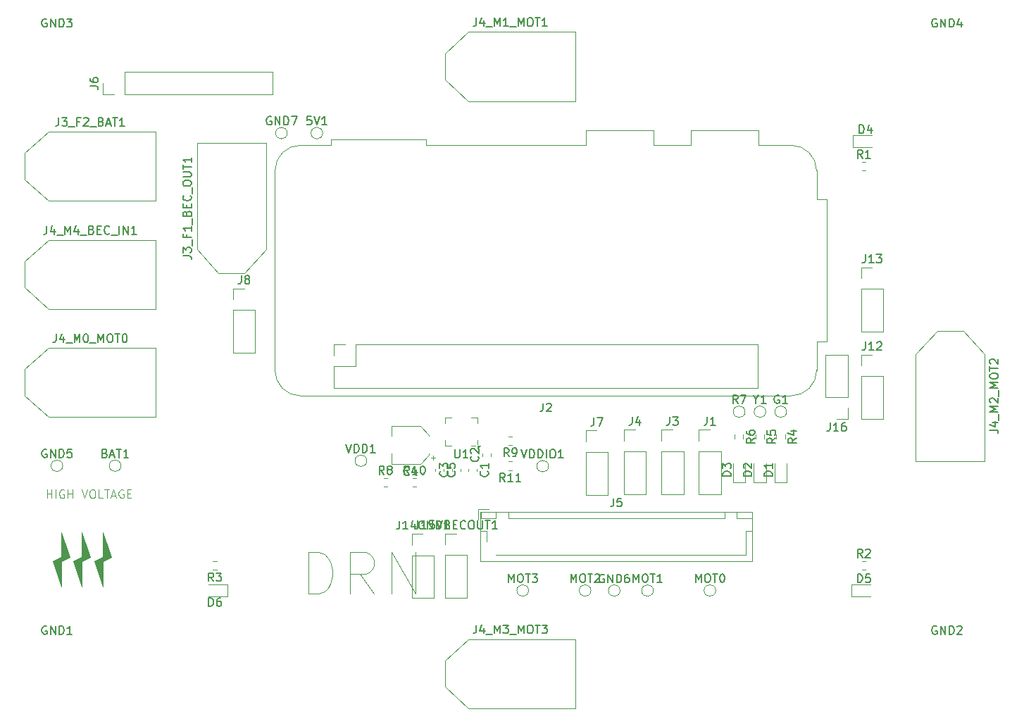
<source format=gbr>
%TF.GenerationSoftware,KiCad,Pcbnew,8.0.7-8.0.7-0~ubuntu24.04.1*%
%TF.CreationDate,2024-12-07T01:42:30+01:00*%
%TF.ProjectId,drn2,64726e32-2e6b-4696-9361-645f70636258,rev?*%
%TF.SameCoordinates,Original*%
%TF.FileFunction,Legend,Top*%
%TF.FilePolarity,Positive*%
%FSLAX46Y46*%
G04 Gerber Fmt 4.6, Leading zero omitted, Abs format (unit mm)*
G04 Created by KiCad (PCBNEW 8.0.7-8.0.7-0~ubuntu24.04.1) date 2024-12-07 01:42:30*
%MOMM*%
%LPD*%
G01*
G04 APERTURE LIST*
%ADD10C,0.100000*%
%ADD11C,0.150000*%
%ADD12C,0.120000*%
G04 APERTURE END LIST*
D10*
X73500000Y-94000000D02*
X72500000Y-94500000D01*
X72500000Y-97500000D01*
X71500000Y-94500000D01*
X72500000Y-94000000D01*
X72500000Y-91000000D01*
X73500000Y-94000000D01*
G36*
X73500000Y-94000000D02*
G01*
X72500000Y-94500000D01*
X72500000Y-97500000D01*
X71500000Y-94500000D01*
X72500000Y-94000000D01*
X72500000Y-91000000D01*
X73500000Y-94000000D01*
G37*
X71000000Y-94000000D02*
X70000000Y-94500000D01*
X70000000Y-97500000D01*
X69000000Y-94500000D01*
X70000000Y-94000000D01*
X70000000Y-91000000D01*
X71000000Y-94000000D01*
G36*
X71000000Y-94000000D02*
G01*
X70000000Y-94500000D01*
X70000000Y-97500000D01*
X69000000Y-94500000D01*
X70000000Y-94000000D01*
X70000000Y-91000000D01*
X71000000Y-94000000D01*
G37*
X68500000Y-94000000D02*
X67500000Y-94500000D01*
X67500000Y-97500000D01*
X66500000Y-94500000D01*
X67500000Y-94000000D01*
X67500000Y-91000000D01*
X68500000Y-94000000D01*
G36*
X68500000Y-94000000D02*
G01*
X67500000Y-94500000D01*
X67500000Y-97500000D01*
X66500000Y-94500000D01*
X67500000Y-94000000D01*
X67500000Y-91000000D01*
X68500000Y-94000000D01*
G37*
X65803884Y-86872419D02*
X65803884Y-85872419D01*
X65803884Y-86348609D02*
X66375312Y-86348609D01*
X66375312Y-86872419D02*
X66375312Y-85872419D01*
X66851503Y-86872419D02*
X66851503Y-85872419D01*
X67851502Y-85920038D02*
X67756264Y-85872419D01*
X67756264Y-85872419D02*
X67613407Y-85872419D01*
X67613407Y-85872419D02*
X67470550Y-85920038D01*
X67470550Y-85920038D02*
X67375312Y-86015276D01*
X67375312Y-86015276D02*
X67327693Y-86110514D01*
X67327693Y-86110514D02*
X67280074Y-86300990D01*
X67280074Y-86300990D02*
X67280074Y-86443847D01*
X67280074Y-86443847D02*
X67327693Y-86634323D01*
X67327693Y-86634323D02*
X67375312Y-86729561D01*
X67375312Y-86729561D02*
X67470550Y-86824800D01*
X67470550Y-86824800D02*
X67613407Y-86872419D01*
X67613407Y-86872419D02*
X67708645Y-86872419D01*
X67708645Y-86872419D02*
X67851502Y-86824800D01*
X67851502Y-86824800D02*
X67899121Y-86777180D01*
X67899121Y-86777180D02*
X67899121Y-86443847D01*
X67899121Y-86443847D02*
X67708645Y-86443847D01*
X68327693Y-86872419D02*
X68327693Y-85872419D01*
X68327693Y-86348609D02*
X68899121Y-86348609D01*
X68899121Y-86872419D02*
X68899121Y-85872419D01*
X69994360Y-85872419D02*
X70327693Y-86872419D01*
X70327693Y-86872419D02*
X70661026Y-85872419D01*
X71184836Y-85872419D02*
X71375312Y-85872419D01*
X71375312Y-85872419D02*
X71470550Y-85920038D01*
X71470550Y-85920038D02*
X71565788Y-86015276D01*
X71565788Y-86015276D02*
X71613407Y-86205752D01*
X71613407Y-86205752D02*
X71613407Y-86539085D01*
X71613407Y-86539085D02*
X71565788Y-86729561D01*
X71565788Y-86729561D02*
X71470550Y-86824800D01*
X71470550Y-86824800D02*
X71375312Y-86872419D01*
X71375312Y-86872419D02*
X71184836Y-86872419D01*
X71184836Y-86872419D02*
X71089598Y-86824800D01*
X71089598Y-86824800D02*
X70994360Y-86729561D01*
X70994360Y-86729561D02*
X70946741Y-86539085D01*
X70946741Y-86539085D02*
X70946741Y-86205752D01*
X70946741Y-86205752D02*
X70994360Y-86015276D01*
X70994360Y-86015276D02*
X71089598Y-85920038D01*
X71089598Y-85920038D02*
X71184836Y-85872419D01*
X72518169Y-86872419D02*
X72041979Y-86872419D01*
X72041979Y-86872419D02*
X72041979Y-85872419D01*
X72708646Y-85872419D02*
X73280074Y-85872419D01*
X72994360Y-86872419D02*
X72994360Y-85872419D01*
X73565789Y-86586704D02*
X74041979Y-86586704D01*
X73470551Y-86872419D02*
X73803884Y-85872419D01*
X73803884Y-85872419D02*
X74137217Y-86872419D01*
X74994360Y-85920038D02*
X74899122Y-85872419D01*
X74899122Y-85872419D02*
X74756265Y-85872419D01*
X74756265Y-85872419D02*
X74613408Y-85920038D01*
X74613408Y-85920038D02*
X74518170Y-86015276D01*
X74518170Y-86015276D02*
X74470551Y-86110514D01*
X74470551Y-86110514D02*
X74422932Y-86300990D01*
X74422932Y-86300990D02*
X74422932Y-86443847D01*
X74422932Y-86443847D02*
X74470551Y-86634323D01*
X74470551Y-86634323D02*
X74518170Y-86729561D01*
X74518170Y-86729561D02*
X74613408Y-86824800D01*
X74613408Y-86824800D02*
X74756265Y-86872419D01*
X74756265Y-86872419D02*
X74851503Y-86872419D01*
X74851503Y-86872419D02*
X74994360Y-86824800D01*
X74994360Y-86824800D02*
X75041979Y-86777180D01*
X75041979Y-86777180D02*
X75041979Y-86443847D01*
X75041979Y-86443847D02*
X74851503Y-86443847D01*
X75470551Y-86348609D02*
X75803884Y-86348609D01*
X75946741Y-86872419D02*
X75470551Y-86872419D01*
X75470551Y-86872419D02*
X75470551Y-85872419D01*
X75470551Y-85872419D02*
X75946741Y-85872419D01*
X97256265Y-98382895D02*
X97256265Y-93382895D01*
X97256265Y-93382895D02*
X98446741Y-93382895D01*
X98446741Y-93382895D02*
X99161027Y-93620990D01*
X99161027Y-93620990D02*
X99637217Y-94097180D01*
X99637217Y-94097180D02*
X99875312Y-94573371D01*
X99875312Y-94573371D02*
X100113408Y-95525752D01*
X100113408Y-95525752D02*
X100113408Y-96240038D01*
X100113408Y-96240038D02*
X99875312Y-97192419D01*
X99875312Y-97192419D02*
X99637217Y-97668609D01*
X99637217Y-97668609D02*
X99161027Y-98144800D01*
X99161027Y-98144800D02*
X98446741Y-98382895D01*
X98446741Y-98382895D02*
X97256265Y-98382895D01*
X105113408Y-98382895D02*
X103446741Y-96001942D01*
X102256265Y-98382895D02*
X102256265Y-93382895D01*
X102256265Y-93382895D02*
X104161027Y-93382895D01*
X104161027Y-93382895D02*
X104637217Y-93620990D01*
X104637217Y-93620990D02*
X104875312Y-93859085D01*
X104875312Y-93859085D02*
X105113408Y-94335276D01*
X105113408Y-94335276D02*
X105113408Y-95049561D01*
X105113408Y-95049561D02*
X104875312Y-95525752D01*
X104875312Y-95525752D02*
X104637217Y-95763847D01*
X104637217Y-95763847D02*
X104161027Y-96001942D01*
X104161027Y-96001942D02*
X102256265Y-96001942D01*
X107256265Y-98382895D02*
X107256265Y-93382895D01*
X107256265Y-93382895D02*
X110113408Y-98382895D01*
X110113408Y-98382895D02*
X110113408Y-93382895D01*
D11*
X114789580Y-83666666D02*
X114837200Y-83714285D01*
X114837200Y-83714285D02*
X114884819Y-83857142D01*
X114884819Y-83857142D02*
X114884819Y-83952380D01*
X114884819Y-83952380D02*
X114837200Y-84095237D01*
X114837200Y-84095237D02*
X114741961Y-84190475D01*
X114741961Y-84190475D02*
X114646723Y-84238094D01*
X114646723Y-84238094D02*
X114456247Y-84285713D01*
X114456247Y-84285713D02*
X114313390Y-84285713D01*
X114313390Y-84285713D02*
X114122914Y-84238094D01*
X114122914Y-84238094D02*
X114027676Y-84190475D01*
X114027676Y-84190475D02*
X113932438Y-84095237D01*
X113932438Y-84095237D02*
X113884819Y-83952380D01*
X113884819Y-83952380D02*
X113884819Y-83857142D01*
X113884819Y-83857142D02*
X113932438Y-83714285D01*
X113932438Y-83714285D02*
X113980057Y-83666666D01*
X113884819Y-82761904D02*
X113884819Y-83238094D01*
X113884819Y-83238094D02*
X114361009Y-83285713D01*
X114361009Y-83285713D02*
X114313390Y-83238094D01*
X114313390Y-83238094D02*
X114265771Y-83142856D01*
X114265771Y-83142856D02*
X114265771Y-82904761D01*
X114265771Y-82904761D02*
X114313390Y-82809523D01*
X114313390Y-82809523D02*
X114361009Y-82761904D01*
X114361009Y-82761904D02*
X114456247Y-82714285D01*
X114456247Y-82714285D02*
X114694342Y-82714285D01*
X114694342Y-82714285D02*
X114789580Y-82761904D01*
X114789580Y-82761904D02*
X114837200Y-82809523D01*
X114837200Y-82809523D02*
X114884819Y-82904761D01*
X114884819Y-82904761D02*
X114884819Y-83142856D01*
X114884819Y-83142856D02*
X114837200Y-83238094D01*
X114837200Y-83238094D02*
X114789580Y-83285713D01*
X113929580Y-83666666D02*
X113977200Y-83714285D01*
X113977200Y-83714285D02*
X114024819Y-83857142D01*
X114024819Y-83857142D02*
X114024819Y-83952380D01*
X114024819Y-83952380D02*
X113977200Y-84095237D01*
X113977200Y-84095237D02*
X113881961Y-84190475D01*
X113881961Y-84190475D02*
X113786723Y-84238094D01*
X113786723Y-84238094D02*
X113596247Y-84285713D01*
X113596247Y-84285713D02*
X113453390Y-84285713D01*
X113453390Y-84285713D02*
X113262914Y-84238094D01*
X113262914Y-84238094D02*
X113167676Y-84190475D01*
X113167676Y-84190475D02*
X113072438Y-84095237D01*
X113072438Y-84095237D02*
X113024819Y-83952380D01*
X113024819Y-83952380D02*
X113024819Y-83857142D01*
X113024819Y-83857142D02*
X113072438Y-83714285D01*
X113072438Y-83714285D02*
X113120057Y-83666666D01*
X113024819Y-83333332D02*
X113024819Y-82714285D01*
X113024819Y-82714285D02*
X113405771Y-83047618D01*
X113405771Y-83047618D02*
X113405771Y-82904761D01*
X113405771Y-82904761D02*
X113453390Y-82809523D01*
X113453390Y-82809523D02*
X113501009Y-82761904D01*
X113501009Y-82761904D02*
X113596247Y-82714285D01*
X113596247Y-82714285D02*
X113834342Y-82714285D01*
X113834342Y-82714285D02*
X113929580Y-82761904D01*
X113929580Y-82761904D02*
X113977200Y-82809523D01*
X113977200Y-82809523D02*
X114024819Y-82904761D01*
X114024819Y-82904761D02*
X114024819Y-83190475D01*
X114024819Y-83190475D02*
X113977200Y-83285713D01*
X113977200Y-83285713D02*
X113929580Y-83333332D01*
X117629580Y-81866666D02*
X117677200Y-81914285D01*
X117677200Y-81914285D02*
X117724819Y-82057142D01*
X117724819Y-82057142D02*
X117724819Y-82152380D01*
X117724819Y-82152380D02*
X117677200Y-82295237D01*
X117677200Y-82295237D02*
X117581961Y-82390475D01*
X117581961Y-82390475D02*
X117486723Y-82438094D01*
X117486723Y-82438094D02*
X117296247Y-82485713D01*
X117296247Y-82485713D02*
X117153390Y-82485713D01*
X117153390Y-82485713D02*
X116962914Y-82438094D01*
X116962914Y-82438094D02*
X116867676Y-82390475D01*
X116867676Y-82390475D02*
X116772438Y-82295237D01*
X116772438Y-82295237D02*
X116724819Y-82152380D01*
X116724819Y-82152380D02*
X116724819Y-82057142D01*
X116724819Y-82057142D02*
X116772438Y-81914285D01*
X116772438Y-81914285D02*
X116820057Y-81866666D01*
X116820057Y-81485713D02*
X116772438Y-81438094D01*
X116772438Y-81438094D02*
X116724819Y-81342856D01*
X116724819Y-81342856D02*
X116724819Y-81104761D01*
X116724819Y-81104761D02*
X116772438Y-81009523D01*
X116772438Y-81009523D02*
X116820057Y-80961904D01*
X116820057Y-80961904D02*
X116915295Y-80914285D01*
X116915295Y-80914285D02*
X117010533Y-80914285D01*
X117010533Y-80914285D02*
X117153390Y-80961904D01*
X117153390Y-80961904D02*
X117724819Y-81533332D01*
X117724819Y-81533332D02*
X117724819Y-80914285D01*
X118789580Y-83666666D02*
X118837200Y-83714285D01*
X118837200Y-83714285D02*
X118884819Y-83857142D01*
X118884819Y-83857142D02*
X118884819Y-83952380D01*
X118884819Y-83952380D02*
X118837200Y-84095237D01*
X118837200Y-84095237D02*
X118741961Y-84190475D01*
X118741961Y-84190475D02*
X118646723Y-84238094D01*
X118646723Y-84238094D02*
X118456247Y-84285713D01*
X118456247Y-84285713D02*
X118313390Y-84285713D01*
X118313390Y-84285713D02*
X118122914Y-84238094D01*
X118122914Y-84238094D02*
X118027676Y-84190475D01*
X118027676Y-84190475D02*
X117932438Y-84095237D01*
X117932438Y-84095237D02*
X117884819Y-83952380D01*
X117884819Y-83952380D02*
X117884819Y-83857142D01*
X117884819Y-83857142D02*
X117932438Y-83714285D01*
X117932438Y-83714285D02*
X117980057Y-83666666D01*
X118884819Y-82714285D02*
X118884819Y-83285713D01*
X118884819Y-82999999D02*
X117884819Y-82999999D01*
X117884819Y-82999999D02*
X118027676Y-83095237D01*
X118027676Y-83095237D02*
X118122914Y-83190475D01*
X118122914Y-83190475D02*
X118170533Y-83285713D01*
X109333333Y-84059580D02*
X109285714Y-84107200D01*
X109285714Y-84107200D02*
X109142857Y-84154819D01*
X109142857Y-84154819D02*
X109047619Y-84154819D01*
X109047619Y-84154819D02*
X108904762Y-84107200D01*
X108904762Y-84107200D02*
X108809524Y-84011961D01*
X108809524Y-84011961D02*
X108761905Y-83916723D01*
X108761905Y-83916723D02*
X108714286Y-83726247D01*
X108714286Y-83726247D02*
X108714286Y-83583390D01*
X108714286Y-83583390D02*
X108761905Y-83392914D01*
X108761905Y-83392914D02*
X108809524Y-83297676D01*
X108809524Y-83297676D02*
X108904762Y-83202438D01*
X108904762Y-83202438D02*
X109047619Y-83154819D01*
X109047619Y-83154819D02*
X109142857Y-83154819D01*
X109142857Y-83154819D02*
X109285714Y-83202438D01*
X109285714Y-83202438D02*
X109333333Y-83250057D01*
X110190476Y-83488152D02*
X110190476Y-84154819D01*
X109952381Y-83107200D02*
X109714286Y-83821485D01*
X109714286Y-83821485D02*
X110333333Y-83821485D01*
X164190476Y-68099819D02*
X164190476Y-68814104D01*
X164190476Y-68814104D02*
X164142857Y-68956961D01*
X164142857Y-68956961D02*
X164047619Y-69052200D01*
X164047619Y-69052200D02*
X163904762Y-69099819D01*
X163904762Y-69099819D02*
X163809524Y-69099819D01*
X165190476Y-69099819D02*
X164619048Y-69099819D01*
X164904762Y-69099819D02*
X164904762Y-68099819D01*
X164904762Y-68099819D02*
X164809524Y-68242676D01*
X164809524Y-68242676D02*
X164714286Y-68337914D01*
X164714286Y-68337914D02*
X164619048Y-68385533D01*
X165571429Y-68195057D02*
X165619048Y-68147438D01*
X165619048Y-68147438D02*
X165714286Y-68099819D01*
X165714286Y-68099819D02*
X165952381Y-68099819D01*
X165952381Y-68099819D02*
X166047619Y-68147438D01*
X166047619Y-68147438D02*
X166095238Y-68195057D01*
X166095238Y-68195057D02*
X166142857Y-68290295D01*
X166142857Y-68290295D02*
X166142857Y-68385533D01*
X166142857Y-68385533D02*
X166095238Y-68528390D01*
X166095238Y-68528390D02*
X165523810Y-69099819D01*
X165523810Y-69099819D02*
X166142857Y-69099819D01*
X122828572Y-81056819D02*
X123161905Y-82056819D01*
X123161905Y-82056819D02*
X123495238Y-81056819D01*
X123828572Y-82056819D02*
X123828572Y-81056819D01*
X123828572Y-81056819D02*
X124066667Y-81056819D01*
X124066667Y-81056819D02*
X124209524Y-81104438D01*
X124209524Y-81104438D02*
X124304762Y-81199676D01*
X124304762Y-81199676D02*
X124352381Y-81294914D01*
X124352381Y-81294914D02*
X124400000Y-81485390D01*
X124400000Y-81485390D02*
X124400000Y-81628247D01*
X124400000Y-81628247D02*
X124352381Y-81818723D01*
X124352381Y-81818723D02*
X124304762Y-81913961D01*
X124304762Y-81913961D02*
X124209524Y-82009200D01*
X124209524Y-82009200D02*
X124066667Y-82056819D01*
X124066667Y-82056819D02*
X123828572Y-82056819D01*
X124828572Y-82056819D02*
X124828572Y-81056819D01*
X124828572Y-81056819D02*
X125066667Y-81056819D01*
X125066667Y-81056819D02*
X125209524Y-81104438D01*
X125209524Y-81104438D02*
X125304762Y-81199676D01*
X125304762Y-81199676D02*
X125352381Y-81294914D01*
X125352381Y-81294914D02*
X125400000Y-81485390D01*
X125400000Y-81485390D02*
X125400000Y-81628247D01*
X125400000Y-81628247D02*
X125352381Y-81818723D01*
X125352381Y-81818723D02*
X125304762Y-81913961D01*
X125304762Y-81913961D02*
X125209524Y-82009200D01*
X125209524Y-82009200D02*
X125066667Y-82056819D01*
X125066667Y-82056819D02*
X124828572Y-82056819D01*
X125828572Y-82056819D02*
X125828572Y-81056819D01*
X126495238Y-81056819D02*
X126685714Y-81056819D01*
X126685714Y-81056819D02*
X126780952Y-81104438D01*
X126780952Y-81104438D02*
X126876190Y-81199676D01*
X126876190Y-81199676D02*
X126923809Y-81390152D01*
X126923809Y-81390152D02*
X126923809Y-81723485D01*
X126923809Y-81723485D02*
X126876190Y-81913961D01*
X126876190Y-81913961D02*
X126780952Y-82009200D01*
X126780952Y-82009200D02*
X126685714Y-82056819D01*
X126685714Y-82056819D02*
X126495238Y-82056819D01*
X126495238Y-82056819D02*
X126400000Y-82009200D01*
X126400000Y-82009200D02*
X126304762Y-81913961D01*
X126304762Y-81913961D02*
X126257143Y-81723485D01*
X126257143Y-81723485D02*
X126257143Y-81390152D01*
X126257143Y-81390152D02*
X126304762Y-81199676D01*
X126304762Y-81199676D02*
X126400000Y-81104438D01*
X126400000Y-81104438D02*
X126495238Y-81056819D01*
X127876190Y-82056819D02*
X127304762Y-82056819D01*
X127590476Y-82056819D02*
X127590476Y-81056819D01*
X127590476Y-81056819D02*
X127495238Y-81199676D01*
X127495238Y-81199676D02*
X127400000Y-81294914D01*
X127400000Y-81294914D02*
X127304762Y-81342533D01*
X101740476Y-80406819D02*
X102073809Y-81406819D01*
X102073809Y-81406819D02*
X102407142Y-80406819D01*
X102740476Y-81406819D02*
X102740476Y-80406819D01*
X102740476Y-80406819D02*
X102978571Y-80406819D01*
X102978571Y-80406819D02*
X103121428Y-80454438D01*
X103121428Y-80454438D02*
X103216666Y-80549676D01*
X103216666Y-80549676D02*
X103264285Y-80644914D01*
X103264285Y-80644914D02*
X103311904Y-80835390D01*
X103311904Y-80835390D02*
X103311904Y-80978247D01*
X103311904Y-80978247D02*
X103264285Y-81168723D01*
X103264285Y-81168723D02*
X103216666Y-81263961D01*
X103216666Y-81263961D02*
X103121428Y-81359200D01*
X103121428Y-81359200D02*
X102978571Y-81406819D01*
X102978571Y-81406819D02*
X102740476Y-81406819D01*
X103740476Y-81406819D02*
X103740476Y-80406819D01*
X103740476Y-80406819D02*
X103978571Y-80406819D01*
X103978571Y-80406819D02*
X104121428Y-80454438D01*
X104121428Y-80454438D02*
X104216666Y-80549676D01*
X104216666Y-80549676D02*
X104264285Y-80644914D01*
X104264285Y-80644914D02*
X104311904Y-80835390D01*
X104311904Y-80835390D02*
X104311904Y-80978247D01*
X104311904Y-80978247D02*
X104264285Y-81168723D01*
X104264285Y-81168723D02*
X104216666Y-81263961D01*
X104216666Y-81263961D02*
X104121428Y-81359200D01*
X104121428Y-81359200D02*
X103978571Y-81406819D01*
X103978571Y-81406819D02*
X103740476Y-81406819D01*
X105264285Y-81406819D02*
X104692857Y-81406819D01*
X104978571Y-81406819D02*
X104978571Y-80406819D01*
X104978571Y-80406819D02*
X104883333Y-80549676D01*
X104883333Y-80549676D02*
X104788095Y-80644914D01*
X104788095Y-80644914D02*
X104692857Y-80692533D01*
X120857142Y-84884819D02*
X120523809Y-84408628D01*
X120285714Y-84884819D02*
X120285714Y-83884819D01*
X120285714Y-83884819D02*
X120666666Y-83884819D01*
X120666666Y-83884819D02*
X120761904Y-83932438D01*
X120761904Y-83932438D02*
X120809523Y-83980057D01*
X120809523Y-83980057D02*
X120857142Y-84075295D01*
X120857142Y-84075295D02*
X120857142Y-84218152D01*
X120857142Y-84218152D02*
X120809523Y-84313390D01*
X120809523Y-84313390D02*
X120761904Y-84361009D01*
X120761904Y-84361009D02*
X120666666Y-84408628D01*
X120666666Y-84408628D02*
X120285714Y-84408628D01*
X121809523Y-84884819D02*
X121238095Y-84884819D01*
X121523809Y-84884819D02*
X121523809Y-83884819D01*
X121523809Y-83884819D02*
X121428571Y-84027676D01*
X121428571Y-84027676D02*
X121333333Y-84122914D01*
X121333333Y-84122914D02*
X121238095Y-84170533D01*
X122761904Y-84884819D02*
X122190476Y-84884819D01*
X122476190Y-84884819D02*
X122476190Y-83884819D01*
X122476190Y-83884819D02*
X122380952Y-84027676D01*
X122380952Y-84027676D02*
X122285714Y-84122914D01*
X122285714Y-84122914D02*
X122190476Y-84170533D01*
X109357142Y-84024819D02*
X109023809Y-83548628D01*
X108785714Y-84024819D02*
X108785714Y-83024819D01*
X108785714Y-83024819D02*
X109166666Y-83024819D01*
X109166666Y-83024819D02*
X109261904Y-83072438D01*
X109261904Y-83072438D02*
X109309523Y-83120057D01*
X109309523Y-83120057D02*
X109357142Y-83215295D01*
X109357142Y-83215295D02*
X109357142Y-83358152D01*
X109357142Y-83358152D02*
X109309523Y-83453390D01*
X109309523Y-83453390D02*
X109261904Y-83501009D01*
X109261904Y-83501009D02*
X109166666Y-83548628D01*
X109166666Y-83548628D02*
X108785714Y-83548628D01*
X110309523Y-84024819D02*
X109738095Y-84024819D01*
X110023809Y-84024819D02*
X110023809Y-83024819D01*
X110023809Y-83024819D02*
X109928571Y-83167676D01*
X109928571Y-83167676D02*
X109833333Y-83262914D01*
X109833333Y-83262914D02*
X109738095Y-83310533D01*
X110928571Y-83024819D02*
X111023809Y-83024819D01*
X111023809Y-83024819D02*
X111119047Y-83072438D01*
X111119047Y-83072438D02*
X111166666Y-83120057D01*
X111166666Y-83120057D02*
X111214285Y-83215295D01*
X111214285Y-83215295D02*
X111261904Y-83405771D01*
X111261904Y-83405771D02*
X111261904Y-83643866D01*
X111261904Y-83643866D02*
X111214285Y-83834342D01*
X111214285Y-83834342D02*
X111166666Y-83929580D01*
X111166666Y-83929580D02*
X111119047Y-83977200D01*
X111119047Y-83977200D02*
X111023809Y-84024819D01*
X111023809Y-84024819D02*
X110928571Y-84024819D01*
X110928571Y-84024819D02*
X110833333Y-83977200D01*
X110833333Y-83977200D02*
X110785714Y-83929580D01*
X110785714Y-83929580D02*
X110738095Y-83834342D01*
X110738095Y-83834342D02*
X110690476Y-83643866D01*
X110690476Y-83643866D02*
X110690476Y-83405771D01*
X110690476Y-83405771D02*
X110738095Y-83215295D01*
X110738095Y-83215295D02*
X110785714Y-83120057D01*
X110785714Y-83120057D02*
X110833333Y-83072438D01*
X110833333Y-83072438D02*
X110928571Y-83024819D01*
X121333333Y-81884819D02*
X121000000Y-81408628D01*
X120761905Y-81884819D02*
X120761905Y-80884819D01*
X120761905Y-80884819D02*
X121142857Y-80884819D01*
X121142857Y-80884819D02*
X121238095Y-80932438D01*
X121238095Y-80932438D02*
X121285714Y-80980057D01*
X121285714Y-80980057D02*
X121333333Y-81075295D01*
X121333333Y-81075295D02*
X121333333Y-81218152D01*
X121333333Y-81218152D02*
X121285714Y-81313390D01*
X121285714Y-81313390D02*
X121238095Y-81361009D01*
X121238095Y-81361009D02*
X121142857Y-81408628D01*
X121142857Y-81408628D02*
X120761905Y-81408628D01*
X121809524Y-81884819D02*
X122000000Y-81884819D01*
X122000000Y-81884819D02*
X122095238Y-81837200D01*
X122095238Y-81837200D02*
X122142857Y-81789580D01*
X122142857Y-81789580D02*
X122238095Y-81646723D01*
X122238095Y-81646723D02*
X122285714Y-81456247D01*
X122285714Y-81456247D02*
X122285714Y-81075295D01*
X122285714Y-81075295D02*
X122238095Y-80980057D01*
X122238095Y-80980057D02*
X122190476Y-80932438D01*
X122190476Y-80932438D02*
X122095238Y-80884819D01*
X122095238Y-80884819D02*
X121904762Y-80884819D01*
X121904762Y-80884819D02*
X121809524Y-80932438D01*
X121809524Y-80932438D02*
X121761905Y-80980057D01*
X121761905Y-80980057D02*
X121714286Y-81075295D01*
X121714286Y-81075295D02*
X121714286Y-81313390D01*
X121714286Y-81313390D02*
X121761905Y-81408628D01*
X121761905Y-81408628D02*
X121809524Y-81456247D01*
X121809524Y-81456247D02*
X121904762Y-81503866D01*
X121904762Y-81503866D02*
X122095238Y-81503866D01*
X122095238Y-81503866D02*
X122190476Y-81456247D01*
X122190476Y-81456247D02*
X122238095Y-81408628D01*
X122238095Y-81408628D02*
X122285714Y-81313390D01*
X106333333Y-84024819D02*
X106000000Y-83548628D01*
X105761905Y-84024819D02*
X105761905Y-83024819D01*
X105761905Y-83024819D02*
X106142857Y-83024819D01*
X106142857Y-83024819D02*
X106238095Y-83072438D01*
X106238095Y-83072438D02*
X106285714Y-83120057D01*
X106285714Y-83120057D02*
X106333333Y-83215295D01*
X106333333Y-83215295D02*
X106333333Y-83358152D01*
X106333333Y-83358152D02*
X106285714Y-83453390D01*
X106285714Y-83453390D02*
X106238095Y-83501009D01*
X106238095Y-83501009D02*
X106142857Y-83548628D01*
X106142857Y-83548628D02*
X105761905Y-83548628D01*
X106904762Y-83453390D02*
X106809524Y-83405771D01*
X106809524Y-83405771D02*
X106761905Y-83358152D01*
X106761905Y-83358152D02*
X106714286Y-83262914D01*
X106714286Y-83262914D02*
X106714286Y-83215295D01*
X106714286Y-83215295D02*
X106761905Y-83120057D01*
X106761905Y-83120057D02*
X106809524Y-83072438D01*
X106809524Y-83072438D02*
X106904762Y-83024819D01*
X106904762Y-83024819D02*
X107095238Y-83024819D01*
X107095238Y-83024819D02*
X107190476Y-83072438D01*
X107190476Y-83072438D02*
X107238095Y-83120057D01*
X107238095Y-83120057D02*
X107285714Y-83215295D01*
X107285714Y-83215295D02*
X107285714Y-83262914D01*
X107285714Y-83262914D02*
X107238095Y-83358152D01*
X107238095Y-83358152D02*
X107190476Y-83405771D01*
X107190476Y-83405771D02*
X107095238Y-83453390D01*
X107095238Y-83453390D02*
X106904762Y-83453390D01*
X106904762Y-83453390D02*
X106809524Y-83501009D01*
X106809524Y-83501009D02*
X106761905Y-83548628D01*
X106761905Y-83548628D02*
X106714286Y-83643866D01*
X106714286Y-83643866D02*
X106714286Y-83834342D01*
X106714286Y-83834342D02*
X106761905Y-83929580D01*
X106761905Y-83929580D02*
X106809524Y-83977200D01*
X106809524Y-83977200D02*
X106904762Y-84024819D01*
X106904762Y-84024819D02*
X107095238Y-84024819D01*
X107095238Y-84024819D02*
X107190476Y-83977200D01*
X107190476Y-83977200D02*
X107238095Y-83929580D01*
X107238095Y-83929580D02*
X107285714Y-83834342D01*
X107285714Y-83834342D02*
X107285714Y-83643866D01*
X107285714Y-83643866D02*
X107238095Y-83548628D01*
X107238095Y-83548628D02*
X107190476Y-83501009D01*
X107190476Y-83501009D02*
X107095238Y-83453390D01*
X140666666Y-77124819D02*
X140666666Y-77839104D01*
X140666666Y-77839104D02*
X140619047Y-77981961D01*
X140619047Y-77981961D02*
X140523809Y-78077200D01*
X140523809Y-78077200D02*
X140380952Y-78124819D01*
X140380952Y-78124819D02*
X140285714Y-78124819D01*
X141047619Y-77124819D02*
X141666666Y-77124819D01*
X141666666Y-77124819D02*
X141333333Y-77505771D01*
X141333333Y-77505771D02*
X141476190Y-77505771D01*
X141476190Y-77505771D02*
X141571428Y-77553390D01*
X141571428Y-77553390D02*
X141619047Y-77601009D01*
X141619047Y-77601009D02*
X141666666Y-77696247D01*
X141666666Y-77696247D02*
X141666666Y-77934342D01*
X141666666Y-77934342D02*
X141619047Y-78029580D01*
X141619047Y-78029580D02*
X141571428Y-78077200D01*
X141571428Y-78077200D02*
X141476190Y-78124819D01*
X141476190Y-78124819D02*
X141190476Y-78124819D01*
X141190476Y-78124819D02*
X141095238Y-78077200D01*
X141095238Y-78077200D02*
X141047619Y-78029580D01*
X148024819Y-84238094D02*
X147024819Y-84238094D01*
X147024819Y-84238094D02*
X147024819Y-83999999D01*
X147024819Y-83999999D02*
X147072438Y-83857142D01*
X147072438Y-83857142D02*
X147167676Y-83761904D01*
X147167676Y-83761904D02*
X147262914Y-83714285D01*
X147262914Y-83714285D02*
X147453390Y-83666666D01*
X147453390Y-83666666D02*
X147596247Y-83666666D01*
X147596247Y-83666666D02*
X147786723Y-83714285D01*
X147786723Y-83714285D02*
X147881961Y-83761904D01*
X147881961Y-83761904D02*
X147977200Y-83857142D01*
X147977200Y-83857142D02*
X148024819Y-83999999D01*
X148024819Y-83999999D02*
X148024819Y-84238094D01*
X147024819Y-83333332D02*
X147024819Y-82714285D01*
X147024819Y-82714285D02*
X147405771Y-83047618D01*
X147405771Y-83047618D02*
X147405771Y-82904761D01*
X147405771Y-82904761D02*
X147453390Y-82809523D01*
X147453390Y-82809523D02*
X147501009Y-82761904D01*
X147501009Y-82761904D02*
X147596247Y-82714285D01*
X147596247Y-82714285D02*
X147834342Y-82714285D01*
X147834342Y-82714285D02*
X147929580Y-82761904D01*
X147929580Y-82761904D02*
X147977200Y-82809523D01*
X147977200Y-82809523D02*
X148024819Y-82904761D01*
X148024819Y-82904761D02*
X148024819Y-83190475D01*
X148024819Y-83190475D02*
X147977200Y-83285713D01*
X147977200Y-83285713D02*
X147929580Y-83333332D01*
X67214285Y-41154819D02*
X67214285Y-41869104D01*
X67214285Y-41869104D02*
X67166666Y-42011961D01*
X67166666Y-42011961D02*
X67071428Y-42107200D01*
X67071428Y-42107200D02*
X66928571Y-42154819D01*
X66928571Y-42154819D02*
X66833333Y-42154819D01*
X67595238Y-41154819D02*
X68214285Y-41154819D01*
X68214285Y-41154819D02*
X67880952Y-41535771D01*
X67880952Y-41535771D02*
X68023809Y-41535771D01*
X68023809Y-41535771D02*
X68119047Y-41583390D01*
X68119047Y-41583390D02*
X68166666Y-41631009D01*
X68166666Y-41631009D02*
X68214285Y-41726247D01*
X68214285Y-41726247D02*
X68214285Y-41964342D01*
X68214285Y-41964342D02*
X68166666Y-42059580D01*
X68166666Y-42059580D02*
X68119047Y-42107200D01*
X68119047Y-42107200D02*
X68023809Y-42154819D01*
X68023809Y-42154819D02*
X67738095Y-42154819D01*
X67738095Y-42154819D02*
X67642857Y-42107200D01*
X67642857Y-42107200D02*
X67595238Y-42059580D01*
X68404762Y-42250057D02*
X69166666Y-42250057D01*
X69738095Y-41631009D02*
X69404762Y-41631009D01*
X69404762Y-42154819D02*
X69404762Y-41154819D01*
X69404762Y-41154819D02*
X69880952Y-41154819D01*
X70214286Y-41250057D02*
X70261905Y-41202438D01*
X70261905Y-41202438D02*
X70357143Y-41154819D01*
X70357143Y-41154819D02*
X70595238Y-41154819D01*
X70595238Y-41154819D02*
X70690476Y-41202438D01*
X70690476Y-41202438D02*
X70738095Y-41250057D01*
X70738095Y-41250057D02*
X70785714Y-41345295D01*
X70785714Y-41345295D02*
X70785714Y-41440533D01*
X70785714Y-41440533D02*
X70738095Y-41583390D01*
X70738095Y-41583390D02*
X70166667Y-42154819D01*
X70166667Y-42154819D02*
X70785714Y-42154819D01*
X70976191Y-42250057D02*
X71738095Y-42250057D01*
X72309524Y-41631009D02*
X72452381Y-41678628D01*
X72452381Y-41678628D02*
X72500000Y-41726247D01*
X72500000Y-41726247D02*
X72547619Y-41821485D01*
X72547619Y-41821485D02*
X72547619Y-41964342D01*
X72547619Y-41964342D02*
X72500000Y-42059580D01*
X72500000Y-42059580D02*
X72452381Y-42107200D01*
X72452381Y-42107200D02*
X72357143Y-42154819D01*
X72357143Y-42154819D02*
X71976191Y-42154819D01*
X71976191Y-42154819D02*
X71976191Y-41154819D01*
X71976191Y-41154819D02*
X72309524Y-41154819D01*
X72309524Y-41154819D02*
X72404762Y-41202438D01*
X72404762Y-41202438D02*
X72452381Y-41250057D01*
X72452381Y-41250057D02*
X72500000Y-41345295D01*
X72500000Y-41345295D02*
X72500000Y-41440533D01*
X72500000Y-41440533D02*
X72452381Y-41535771D01*
X72452381Y-41535771D02*
X72404762Y-41583390D01*
X72404762Y-41583390D02*
X72309524Y-41631009D01*
X72309524Y-41631009D02*
X71976191Y-41631009D01*
X72928572Y-41869104D02*
X73404762Y-41869104D01*
X72833334Y-42154819D02*
X73166667Y-41154819D01*
X73166667Y-41154819D02*
X73500000Y-42154819D01*
X73690477Y-41154819D02*
X74261905Y-41154819D01*
X73976191Y-42154819D02*
X73976191Y-41154819D01*
X75119048Y-42154819D02*
X74547620Y-42154819D01*
X74833334Y-42154819D02*
X74833334Y-41154819D01*
X74833334Y-41154819D02*
X74738096Y-41297676D01*
X74738096Y-41297676D02*
X74642858Y-41392914D01*
X74642858Y-41392914D02*
X74547620Y-41440533D01*
X66904761Y-67154819D02*
X66904761Y-67869104D01*
X66904761Y-67869104D02*
X66857142Y-68011961D01*
X66857142Y-68011961D02*
X66761904Y-68107200D01*
X66761904Y-68107200D02*
X66619047Y-68154819D01*
X66619047Y-68154819D02*
X66523809Y-68154819D01*
X67809523Y-67488152D02*
X67809523Y-68154819D01*
X67571428Y-67107200D02*
X67333333Y-67821485D01*
X67333333Y-67821485D02*
X67952380Y-67821485D01*
X68095238Y-68250057D02*
X68857142Y-68250057D01*
X69095238Y-68154819D02*
X69095238Y-67154819D01*
X69095238Y-67154819D02*
X69428571Y-67869104D01*
X69428571Y-67869104D02*
X69761904Y-67154819D01*
X69761904Y-67154819D02*
X69761904Y-68154819D01*
X70428571Y-67154819D02*
X70523809Y-67154819D01*
X70523809Y-67154819D02*
X70619047Y-67202438D01*
X70619047Y-67202438D02*
X70666666Y-67250057D01*
X70666666Y-67250057D02*
X70714285Y-67345295D01*
X70714285Y-67345295D02*
X70761904Y-67535771D01*
X70761904Y-67535771D02*
X70761904Y-67773866D01*
X70761904Y-67773866D02*
X70714285Y-67964342D01*
X70714285Y-67964342D02*
X70666666Y-68059580D01*
X70666666Y-68059580D02*
X70619047Y-68107200D01*
X70619047Y-68107200D02*
X70523809Y-68154819D01*
X70523809Y-68154819D02*
X70428571Y-68154819D01*
X70428571Y-68154819D02*
X70333333Y-68107200D01*
X70333333Y-68107200D02*
X70285714Y-68059580D01*
X70285714Y-68059580D02*
X70238095Y-67964342D01*
X70238095Y-67964342D02*
X70190476Y-67773866D01*
X70190476Y-67773866D02*
X70190476Y-67535771D01*
X70190476Y-67535771D02*
X70238095Y-67345295D01*
X70238095Y-67345295D02*
X70285714Y-67250057D01*
X70285714Y-67250057D02*
X70333333Y-67202438D01*
X70333333Y-67202438D02*
X70428571Y-67154819D01*
X70952381Y-68250057D02*
X71714285Y-68250057D01*
X71952381Y-68154819D02*
X71952381Y-67154819D01*
X71952381Y-67154819D02*
X72285714Y-67869104D01*
X72285714Y-67869104D02*
X72619047Y-67154819D01*
X72619047Y-67154819D02*
X72619047Y-68154819D01*
X73285714Y-67154819D02*
X73476190Y-67154819D01*
X73476190Y-67154819D02*
X73571428Y-67202438D01*
X73571428Y-67202438D02*
X73666666Y-67297676D01*
X73666666Y-67297676D02*
X73714285Y-67488152D01*
X73714285Y-67488152D02*
X73714285Y-67821485D01*
X73714285Y-67821485D02*
X73666666Y-68011961D01*
X73666666Y-68011961D02*
X73571428Y-68107200D01*
X73571428Y-68107200D02*
X73476190Y-68154819D01*
X73476190Y-68154819D02*
X73285714Y-68154819D01*
X73285714Y-68154819D02*
X73190476Y-68107200D01*
X73190476Y-68107200D02*
X73095238Y-68011961D01*
X73095238Y-68011961D02*
X73047619Y-67821485D01*
X73047619Y-67821485D02*
X73047619Y-67488152D01*
X73047619Y-67488152D02*
X73095238Y-67297676D01*
X73095238Y-67297676D02*
X73190476Y-67202438D01*
X73190476Y-67202438D02*
X73285714Y-67154819D01*
X74000000Y-67154819D02*
X74571428Y-67154819D01*
X74285714Y-68154819D02*
X74285714Y-67154819D01*
X75095238Y-67154819D02*
X75190476Y-67154819D01*
X75190476Y-67154819D02*
X75285714Y-67202438D01*
X75285714Y-67202438D02*
X75333333Y-67250057D01*
X75333333Y-67250057D02*
X75380952Y-67345295D01*
X75380952Y-67345295D02*
X75428571Y-67535771D01*
X75428571Y-67535771D02*
X75428571Y-67773866D01*
X75428571Y-67773866D02*
X75380952Y-67964342D01*
X75380952Y-67964342D02*
X75333333Y-68059580D01*
X75333333Y-68059580D02*
X75285714Y-68107200D01*
X75285714Y-68107200D02*
X75190476Y-68154819D01*
X75190476Y-68154819D02*
X75095238Y-68154819D01*
X75095238Y-68154819D02*
X75000000Y-68107200D01*
X75000000Y-68107200D02*
X74952381Y-68059580D01*
X74952381Y-68059580D02*
X74904762Y-67964342D01*
X74904762Y-67964342D02*
X74857143Y-67773866D01*
X74857143Y-67773866D02*
X74857143Y-67535771D01*
X74857143Y-67535771D02*
X74904762Y-67345295D01*
X74904762Y-67345295D02*
X74952381Y-67250057D01*
X74952381Y-67250057D02*
X75000000Y-67202438D01*
X75000000Y-67202438D02*
X75095238Y-67154819D01*
X145166666Y-77124819D02*
X145166666Y-77839104D01*
X145166666Y-77839104D02*
X145119047Y-77981961D01*
X145119047Y-77981961D02*
X145023809Y-78077200D01*
X145023809Y-78077200D02*
X144880952Y-78124819D01*
X144880952Y-78124819D02*
X144785714Y-78124819D01*
X146166666Y-78124819D02*
X145595238Y-78124819D01*
X145880952Y-78124819D02*
X145880952Y-77124819D01*
X145880952Y-77124819D02*
X145785714Y-77267676D01*
X145785714Y-77267676D02*
X145690476Y-77362914D01*
X145690476Y-77362914D02*
X145595238Y-77410533D01*
X132761904Y-96102438D02*
X132666666Y-96054819D01*
X132666666Y-96054819D02*
X132523809Y-96054819D01*
X132523809Y-96054819D02*
X132380952Y-96102438D01*
X132380952Y-96102438D02*
X132285714Y-96197676D01*
X132285714Y-96197676D02*
X132238095Y-96292914D01*
X132238095Y-96292914D02*
X132190476Y-96483390D01*
X132190476Y-96483390D02*
X132190476Y-96626247D01*
X132190476Y-96626247D02*
X132238095Y-96816723D01*
X132238095Y-96816723D02*
X132285714Y-96911961D01*
X132285714Y-96911961D02*
X132380952Y-97007200D01*
X132380952Y-97007200D02*
X132523809Y-97054819D01*
X132523809Y-97054819D02*
X132619047Y-97054819D01*
X132619047Y-97054819D02*
X132761904Y-97007200D01*
X132761904Y-97007200D02*
X132809523Y-96959580D01*
X132809523Y-96959580D02*
X132809523Y-96626247D01*
X132809523Y-96626247D02*
X132619047Y-96626247D01*
X133238095Y-97054819D02*
X133238095Y-96054819D01*
X133238095Y-96054819D02*
X133809523Y-97054819D01*
X133809523Y-97054819D02*
X133809523Y-96054819D01*
X134285714Y-97054819D02*
X134285714Y-96054819D01*
X134285714Y-96054819D02*
X134523809Y-96054819D01*
X134523809Y-96054819D02*
X134666666Y-96102438D01*
X134666666Y-96102438D02*
X134761904Y-96197676D01*
X134761904Y-96197676D02*
X134809523Y-96292914D01*
X134809523Y-96292914D02*
X134857142Y-96483390D01*
X134857142Y-96483390D02*
X134857142Y-96626247D01*
X134857142Y-96626247D02*
X134809523Y-96816723D01*
X134809523Y-96816723D02*
X134761904Y-96911961D01*
X134761904Y-96911961D02*
X134666666Y-97007200D01*
X134666666Y-97007200D02*
X134523809Y-97054819D01*
X134523809Y-97054819D02*
X134285714Y-97054819D01*
X135714285Y-96054819D02*
X135523809Y-96054819D01*
X135523809Y-96054819D02*
X135428571Y-96102438D01*
X135428571Y-96102438D02*
X135380952Y-96150057D01*
X135380952Y-96150057D02*
X135285714Y-96292914D01*
X135285714Y-96292914D02*
X135238095Y-96483390D01*
X135238095Y-96483390D02*
X135238095Y-96864342D01*
X135238095Y-96864342D02*
X135285714Y-96959580D01*
X135285714Y-96959580D02*
X135333333Y-97007200D01*
X135333333Y-97007200D02*
X135428571Y-97054819D01*
X135428571Y-97054819D02*
X135619047Y-97054819D01*
X135619047Y-97054819D02*
X135714285Y-97007200D01*
X135714285Y-97007200D02*
X135761904Y-96959580D01*
X135761904Y-96959580D02*
X135809523Y-96864342D01*
X135809523Y-96864342D02*
X135809523Y-96626247D01*
X135809523Y-96626247D02*
X135761904Y-96531009D01*
X135761904Y-96531009D02*
X135714285Y-96483390D01*
X135714285Y-96483390D02*
X135619047Y-96435771D01*
X135619047Y-96435771D02*
X135428571Y-96435771D01*
X135428571Y-96435771D02*
X135333333Y-96483390D01*
X135333333Y-96483390D02*
X135285714Y-96531009D01*
X135285714Y-96531009D02*
X135238095Y-96626247D01*
X164190476Y-57599819D02*
X164190476Y-58314104D01*
X164190476Y-58314104D02*
X164142857Y-58456961D01*
X164142857Y-58456961D02*
X164047619Y-58552200D01*
X164047619Y-58552200D02*
X163904762Y-58599819D01*
X163904762Y-58599819D02*
X163809524Y-58599819D01*
X165190476Y-58599819D02*
X164619048Y-58599819D01*
X164904762Y-58599819D02*
X164904762Y-57599819D01*
X164904762Y-57599819D02*
X164809524Y-57742676D01*
X164809524Y-57742676D02*
X164714286Y-57837914D01*
X164714286Y-57837914D02*
X164619048Y-57885533D01*
X165523810Y-57599819D02*
X166142857Y-57599819D01*
X166142857Y-57599819D02*
X165809524Y-57980771D01*
X165809524Y-57980771D02*
X165952381Y-57980771D01*
X165952381Y-57980771D02*
X166047619Y-58028390D01*
X166047619Y-58028390D02*
X166095238Y-58076009D01*
X166095238Y-58076009D02*
X166142857Y-58171247D01*
X166142857Y-58171247D02*
X166142857Y-58409342D01*
X166142857Y-58409342D02*
X166095238Y-58504580D01*
X166095238Y-58504580D02*
X166047619Y-58552200D01*
X166047619Y-58552200D02*
X165952381Y-58599819D01*
X165952381Y-58599819D02*
X165666667Y-58599819D01*
X165666667Y-58599819D02*
X165571429Y-58552200D01*
X165571429Y-58552200D02*
X165523810Y-58504580D01*
X117404761Y-102154819D02*
X117404761Y-102869104D01*
X117404761Y-102869104D02*
X117357142Y-103011961D01*
X117357142Y-103011961D02*
X117261904Y-103107200D01*
X117261904Y-103107200D02*
X117119047Y-103154819D01*
X117119047Y-103154819D02*
X117023809Y-103154819D01*
X118309523Y-102488152D02*
X118309523Y-103154819D01*
X118071428Y-102107200D02*
X117833333Y-102821485D01*
X117833333Y-102821485D02*
X118452380Y-102821485D01*
X118595238Y-103250057D02*
X119357142Y-103250057D01*
X119595238Y-103154819D02*
X119595238Y-102154819D01*
X119595238Y-102154819D02*
X119928571Y-102869104D01*
X119928571Y-102869104D02*
X120261904Y-102154819D01*
X120261904Y-102154819D02*
X120261904Y-103154819D01*
X120642857Y-102154819D02*
X121261904Y-102154819D01*
X121261904Y-102154819D02*
X120928571Y-102535771D01*
X120928571Y-102535771D02*
X121071428Y-102535771D01*
X121071428Y-102535771D02*
X121166666Y-102583390D01*
X121166666Y-102583390D02*
X121214285Y-102631009D01*
X121214285Y-102631009D02*
X121261904Y-102726247D01*
X121261904Y-102726247D02*
X121261904Y-102964342D01*
X121261904Y-102964342D02*
X121214285Y-103059580D01*
X121214285Y-103059580D02*
X121166666Y-103107200D01*
X121166666Y-103107200D02*
X121071428Y-103154819D01*
X121071428Y-103154819D02*
X120785714Y-103154819D01*
X120785714Y-103154819D02*
X120690476Y-103107200D01*
X120690476Y-103107200D02*
X120642857Y-103059580D01*
X121452381Y-103250057D02*
X122214285Y-103250057D01*
X122452381Y-103154819D02*
X122452381Y-102154819D01*
X122452381Y-102154819D02*
X122785714Y-102869104D01*
X122785714Y-102869104D02*
X123119047Y-102154819D01*
X123119047Y-102154819D02*
X123119047Y-103154819D01*
X123785714Y-102154819D02*
X123976190Y-102154819D01*
X123976190Y-102154819D02*
X124071428Y-102202438D01*
X124071428Y-102202438D02*
X124166666Y-102297676D01*
X124166666Y-102297676D02*
X124214285Y-102488152D01*
X124214285Y-102488152D02*
X124214285Y-102821485D01*
X124214285Y-102821485D02*
X124166666Y-103011961D01*
X124166666Y-103011961D02*
X124071428Y-103107200D01*
X124071428Y-103107200D02*
X123976190Y-103154819D01*
X123976190Y-103154819D02*
X123785714Y-103154819D01*
X123785714Y-103154819D02*
X123690476Y-103107200D01*
X123690476Y-103107200D02*
X123595238Y-103011961D01*
X123595238Y-103011961D02*
X123547619Y-102821485D01*
X123547619Y-102821485D02*
X123547619Y-102488152D01*
X123547619Y-102488152D02*
X123595238Y-102297676D01*
X123595238Y-102297676D02*
X123690476Y-102202438D01*
X123690476Y-102202438D02*
X123785714Y-102154819D01*
X124500000Y-102154819D02*
X125071428Y-102154819D01*
X124785714Y-103154819D02*
X124785714Y-102154819D01*
X125309524Y-102154819D02*
X125928571Y-102154819D01*
X125928571Y-102154819D02*
X125595238Y-102535771D01*
X125595238Y-102535771D02*
X125738095Y-102535771D01*
X125738095Y-102535771D02*
X125833333Y-102583390D01*
X125833333Y-102583390D02*
X125880952Y-102631009D01*
X125880952Y-102631009D02*
X125928571Y-102726247D01*
X125928571Y-102726247D02*
X125928571Y-102964342D01*
X125928571Y-102964342D02*
X125880952Y-103059580D01*
X125880952Y-103059580D02*
X125833333Y-103107200D01*
X125833333Y-103107200D02*
X125738095Y-103154819D01*
X125738095Y-103154819D02*
X125452381Y-103154819D01*
X125452381Y-103154819D02*
X125357143Y-103107200D01*
X125357143Y-103107200D02*
X125309524Y-103059580D01*
X110404761Y-89599819D02*
X110404761Y-90314104D01*
X110404761Y-90314104D02*
X110357142Y-90456961D01*
X110357142Y-90456961D02*
X110261904Y-90552200D01*
X110261904Y-90552200D02*
X110119047Y-90599819D01*
X110119047Y-90599819D02*
X110023809Y-90599819D01*
X111404761Y-90599819D02*
X110833333Y-90599819D01*
X111119047Y-90599819D02*
X111119047Y-89599819D01*
X111119047Y-89599819D02*
X111023809Y-89742676D01*
X111023809Y-89742676D02*
X110928571Y-89837914D01*
X110928571Y-89837914D02*
X110833333Y-89885533D01*
X112309523Y-89599819D02*
X111833333Y-89599819D01*
X111833333Y-89599819D02*
X111785714Y-90076009D01*
X111785714Y-90076009D02*
X111833333Y-90028390D01*
X111833333Y-90028390D02*
X111928571Y-89980771D01*
X111928571Y-89980771D02*
X112166666Y-89980771D01*
X112166666Y-89980771D02*
X112261904Y-90028390D01*
X112261904Y-90028390D02*
X112309523Y-90076009D01*
X112309523Y-90076009D02*
X112357142Y-90171247D01*
X112357142Y-90171247D02*
X112357142Y-90409342D01*
X112357142Y-90409342D02*
X112309523Y-90504580D01*
X112309523Y-90504580D02*
X112261904Y-90552200D01*
X112261904Y-90552200D02*
X112166666Y-90599819D01*
X112166666Y-90599819D02*
X111928571Y-90599819D01*
X111928571Y-90599819D02*
X111833333Y-90552200D01*
X111833333Y-90552200D02*
X111785714Y-90504580D01*
X112642857Y-89599819D02*
X112976190Y-90599819D01*
X112976190Y-90599819D02*
X113309523Y-89599819D01*
X113976190Y-90076009D02*
X114119047Y-90123628D01*
X114119047Y-90123628D02*
X114166666Y-90171247D01*
X114166666Y-90171247D02*
X114214285Y-90266485D01*
X114214285Y-90266485D02*
X114214285Y-90409342D01*
X114214285Y-90409342D02*
X114166666Y-90504580D01*
X114166666Y-90504580D02*
X114119047Y-90552200D01*
X114119047Y-90552200D02*
X114023809Y-90599819D01*
X114023809Y-90599819D02*
X113642857Y-90599819D01*
X113642857Y-90599819D02*
X113642857Y-89599819D01*
X113642857Y-89599819D02*
X113976190Y-89599819D01*
X113976190Y-89599819D02*
X114071428Y-89647438D01*
X114071428Y-89647438D02*
X114119047Y-89695057D01*
X114119047Y-89695057D02*
X114166666Y-89790295D01*
X114166666Y-89790295D02*
X114166666Y-89885533D01*
X114166666Y-89885533D02*
X114119047Y-89980771D01*
X114119047Y-89980771D02*
X114071428Y-90028390D01*
X114071428Y-90028390D02*
X113976190Y-90076009D01*
X113976190Y-90076009D02*
X113642857Y-90076009D01*
X114642857Y-90076009D02*
X114976190Y-90076009D01*
X115119047Y-90599819D02*
X114642857Y-90599819D01*
X114642857Y-90599819D02*
X114642857Y-89599819D01*
X114642857Y-89599819D02*
X115119047Y-89599819D01*
X116119047Y-90504580D02*
X116071428Y-90552200D01*
X116071428Y-90552200D02*
X115928571Y-90599819D01*
X115928571Y-90599819D02*
X115833333Y-90599819D01*
X115833333Y-90599819D02*
X115690476Y-90552200D01*
X115690476Y-90552200D02*
X115595238Y-90456961D01*
X115595238Y-90456961D02*
X115547619Y-90361723D01*
X115547619Y-90361723D02*
X115500000Y-90171247D01*
X115500000Y-90171247D02*
X115500000Y-90028390D01*
X115500000Y-90028390D02*
X115547619Y-89837914D01*
X115547619Y-89837914D02*
X115595238Y-89742676D01*
X115595238Y-89742676D02*
X115690476Y-89647438D01*
X115690476Y-89647438D02*
X115833333Y-89599819D01*
X115833333Y-89599819D02*
X115928571Y-89599819D01*
X115928571Y-89599819D02*
X116071428Y-89647438D01*
X116071428Y-89647438D02*
X116119047Y-89695057D01*
X116738095Y-89599819D02*
X116928571Y-89599819D01*
X116928571Y-89599819D02*
X117023809Y-89647438D01*
X117023809Y-89647438D02*
X117119047Y-89742676D01*
X117119047Y-89742676D02*
X117166666Y-89933152D01*
X117166666Y-89933152D02*
X117166666Y-90266485D01*
X117166666Y-90266485D02*
X117119047Y-90456961D01*
X117119047Y-90456961D02*
X117023809Y-90552200D01*
X117023809Y-90552200D02*
X116928571Y-90599819D01*
X116928571Y-90599819D02*
X116738095Y-90599819D01*
X116738095Y-90599819D02*
X116642857Y-90552200D01*
X116642857Y-90552200D02*
X116547619Y-90456961D01*
X116547619Y-90456961D02*
X116500000Y-90266485D01*
X116500000Y-90266485D02*
X116500000Y-89933152D01*
X116500000Y-89933152D02*
X116547619Y-89742676D01*
X116547619Y-89742676D02*
X116642857Y-89647438D01*
X116642857Y-89647438D02*
X116738095Y-89599819D01*
X117595238Y-89599819D02*
X117595238Y-90409342D01*
X117595238Y-90409342D02*
X117642857Y-90504580D01*
X117642857Y-90504580D02*
X117690476Y-90552200D01*
X117690476Y-90552200D02*
X117785714Y-90599819D01*
X117785714Y-90599819D02*
X117976190Y-90599819D01*
X117976190Y-90599819D02*
X118071428Y-90552200D01*
X118071428Y-90552200D02*
X118119047Y-90504580D01*
X118119047Y-90504580D02*
X118166666Y-90409342D01*
X118166666Y-90409342D02*
X118166666Y-89599819D01*
X118500000Y-89599819D02*
X119071428Y-89599819D01*
X118785714Y-90599819D02*
X118785714Y-89599819D01*
X119928571Y-90599819D02*
X119357143Y-90599819D01*
X119642857Y-90599819D02*
X119642857Y-89599819D01*
X119642857Y-89599819D02*
X119547619Y-89742676D01*
X119547619Y-89742676D02*
X119452381Y-89837914D01*
X119452381Y-89837914D02*
X119357143Y-89885533D01*
X153024819Y-84238094D02*
X152024819Y-84238094D01*
X152024819Y-84238094D02*
X152024819Y-83999999D01*
X152024819Y-83999999D02*
X152072438Y-83857142D01*
X152072438Y-83857142D02*
X152167676Y-83761904D01*
X152167676Y-83761904D02*
X152262914Y-83714285D01*
X152262914Y-83714285D02*
X152453390Y-83666666D01*
X152453390Y-83666666D02*
X152596247Y-83666666D01*
X152596247Y-83666666D02*
X152786723Y-83714285D01*
X152786723Y-83714285D02*
X152881961Y-83761904D01*
X152881961Y-83761904D02*
X152977200Y-83857142D01*
X152977200Y-83857142D02*
X153024819Y-83999999D01*
X153024819Y-83999999D02*
X153024819Y-84238094D01*
X153024819Y-82714285D02*
X153024819Y-83285713D01*
X153024819Y-82999999D02*
X152024819Y-82999999D01*
X152024819Y-82999999D02*
X152167676Y-83095237D01*
X152167676Y-83095237D02*
X152262914Y-83190475D01*
X152262914Y-83190475D02*
X152310533Y-83285713D01*
X163261905Y-97024819D02*
X163261905Y-96024819D01*
X163261905Y-96024819D02*
X163500000Y-96024819D01*
X163500000Y-96024819D02*
X163642857Y-96072438D01*
X163642857Y-96072438D02*
X163738095Y-96167676D01*
X163738095Y-96167676D02*
X163785714Y-96262914D01*
X163785714Y-96262914D02*
X163833333Y-96453390D01*
X163833333Y-96453390D02*
X163833333Y-96596247D01*
X163833333Y-96596247D02*
X163785714Y-96786723D01*
X163785714Y-96786723D02*
X163738095Y-96881961D01*
X163738095Y-96881961D02*
X163642857Y-96977200D01*
X163642857Y-96977200D02*
X163500000Y-97024819D01*
X163500000Y-97024819D02*
X163261905Y-97024819D01*
X164738095Y-96024819D02*
X164261905Y-96024819D01*
X164261905Y-96024819D02*
X164214286Y-96501009D01*
X164214286Y-96501009D02*
X164261905Y-96453390D01*
X164261905Y-96453390D02*
X164357143Y-96405771D01*
X164357143Y-96405771D02*
X164595238Y-96405771D01*
X164595238Y-96405771D02*
X164690476Y-96453390D01*
X164690476Y-96453390D02*
X164738095Y-96501009D01*
X164738095Y-96501009D02*
X164785714Y-96596247D01*
X164785714Y-96596247D02*
X164785714Y-96834342D01*
X164785714Y-96834342D02*
X164738095Y-96929580D01*
X164738095Y-96929580D02*
X164690476Y-96977200D01*
X164690476Y-96977200D02*
X164595238Y-97024819D01*
X164595238Y-97024819D02*
X164357143Y-97024819D01*
X164357143Y-97024819D02*
X164261905Y-96977200D01*
X164261905Y-96977200D02*
X164214286Y-96929580D01*
X143785714Y-97006819D02*
X143785714Y-96006819D01*
X143785714Y-96006819D02*
X144119047Y-96721104D01*
X144119047Y-96721104D02*
X144452380Y-96006819D01*
X144452380Y-96006819D02*
X144452380Y-97006819D01*
X145119047Y-96006819D02*
X145309523Y-96006819D01*
X145309523Y-96006819D02*
X145404761Y-96054438D01*
X145404761Y-96054438D02*
X145499999Y-96149676D01*
X145499999Y-96149676D02*
X145547618Y-96340152D01*
X145547618Y-96340152D02*
X145547618Y-96673485D01*
X145547618Y-96673485D02*
X145499999Y-96863961D01*
X145499999Y-96863961D02*
X145404761Y-96959200D01*
X145404761Y-96959200D02*
X145309523Y-97006819D01*
X145309523Y-97006819D02*
X145119047Y-97006819D01*
X145119047Y-97006819D02*
X145023809Y-96959200D01*
X145023809Y-96959200D02*
X144928571Y-96863961D01*
X144928571Y-96863961D02*
X144880952Y-96673485D01*
X144880952Y-96673485D02*
X144880952Y-96340152D01*
X144880952Y-96340152D02*
X144928571Y-96149676D01*
X144928571Y-96149676D02*
X145023809Y-96054438D01*
X145023809Y-96054438D02*
X145119047Y-96006819D01*
X145833333Y-96006819D02*
X146404761Y-96006819D01*
X146119047Y-97006819D02*
X146119047Y-96006819D01*
X146928571Y-96006819D02*
X147023809Y-96006819D01*
X147023809Y-96006819D02*
X147119047Y-96054438D01*
X147119047Y-96054438D02*
X147166666Y-96102057D01*
X147166666Y-96102057D02*
X147214285Y-96197295D01*
X147214285Y-96197295D02*
X147261904Y-96387771D01*
X147261904Y-96387771D02*
X147261904Y-96625866D01*
X147261904Y-96625866D02*
X147214285Y-96816342D01*
X147214285Y-96816342D02*
X147166666Y-96911580D01*
X147166666Y-96911580D02*
X147119047Y-96959200D01*
X147119047Y-96959200D02*
X147023809Y-97006819D01*
X147023809Y-97006819D02*
X146928571Y-97006819D01*
X146928571Y-97006819D02*
X146833333Y-96959200D01*
X146833333Y-96959200D02*
X146785714Y-96911580D01*
X146785714Y-96911580D02*
X146738095Y-96816342D01*
X146738095Y-96816342D02*
X146690476Y-96625866D01*
X146690476Y-96625866D02*
X146690476Y-96387771D01*
X146690476Y-96387771D02*
X146738095Y-96197295D01*
X146738095Y-96197295D02*
X146785714Y-96102057D01*
X146785714Y-96102057D02*
X146833333Y-96054438D01*
X146833333Y-96054438D02*
X146928571Y-96006819D01*
X108190476Y-89624819D02*
X108190476Y-90339104D01*
X108190476Y-90339104D02*
X108142857Y-90481961D01*
X108142857Y-90481961D02*
X108047619Y-90577200D01*
X108047619Y-90577200D02*
X107904762Y-90624819D01*
X107904762Y-90624819D02*
X107809524Y-90624819D01*
X109190476Y-90624819D02*
X108619048Y-90624819D01*
X108904762Y-90624819D02*
X108904762Y-89624819D01*
X108904762Y-89624819D02*
X108809524Y-89767676D01*
X108809524Y-89767676D02*
X108714286Y-89862914D01*
X108714286Y-89862914D02*
X108619048Y-89910533D01*
X110047619Y-89958152D02*
X110047619Y-90624819D01*
X109809524Y-89577200D02*
X109571429Y-90291485D01*
X109571429Y-90291485D02*
X110190476Y-90291485D01*
X111095238Y-89672438D02*
X111000000Y-89624819D01*
X111000000Y-89624819D02*
X110857143Y-89624819D01*
X110857143Y-89624819D02*
X110714286Y-89672438D01*
X110714286Y-89672438D02*
X110619048Y-89767676D01*
X110619048Y-89767676D02*
X110571429Y-89862914D01*
X110571429Y-89862914D02*
X110523810Y-90053390D01*
X110523810Y-90053390D02*
X110523810Y-90196247D01*
X110523810Y-90196247D02*
X110571429Y-90386723D01*
X110571429Y-90386723D02*
X110619048Y-90481961D01*
X110619048Y-90481961D02*
X110714286Y-90577200D01*
X110714286Y-90577200D02*
X110857143Y-90624819D01*
X110857143Y-90624819D02*
X110952381Y-90624819D01*
X110952381Y-90624819D02*
X111095238Y-90577200D01*
X111095238Y-90577200D02*
X111142857Y-90529580D01*
X111142857Y-90529580D02*
X111142857Y-90196247D01*
X111142857Y-90196247D02*
X110952381Y-90196247D01*
X111571429Y-90624819D02*
X111571429Y-89624819D01*
X111571429Y-89624819D02*
X112142857Y-90624819D01*
X112142857Y-90624819D02*
X112142857Y-89624819D01*
X112619048Y-90624819D02*
X112619048Y-89624819D01*
X112619048Y-89624819D02*
X112857143Y-89624819D01*
X112857143Y-89624819D02*
X113000000Y-89672438D01*
X113000000Y-89672438D02*
X113095238Y-89767676D01*
X113095238Y-89767676D02*
X113142857Y-89862914D01*
X113142857Y-89862914D02*
X113190476Y-90053390D01*
X113190476Y-90053390D02*
X113190476Y-90196247D01*
X113190476Y-90196247D02*
X113142857Y-90386723D01*
X113142857Y-90386723D02*
X113095238Y-90481961D01*
X113095238Y-90481961D02*
X113000000Y-90577200D01*
X113000000Y-90577200D02*
X112857143Y-90624819D01*
X112857143Y-90624819D02*
X112619048Y-90624819D01*
X114142857Y-90624819D02*
X113571429Y-90624819D01*
X113857143Y-90624819D02*
X113857143Y-89624819D01*
X113857143Y-89624819D02*
X113761905Y-89767676D01*
X113761905Y-89767676D02*
X113666667Y-89862914D01*
X113666667Y-89862914D02*
X113571429Y-89910533D01*
X136166666Y-77124819D02*
X136166666Y-77839104D01*
X136166666Y-77839104D02*
X136119047Y-77981961D01*
X136119047Y-77981961D02*
X136023809Y-78077200D01*
X136023809Y-78077200D02*
X135880952Y-78124819D01*
X135880952Y-78124819D02*
X135785714Y-78124819D01*
X137071428Y-77458152D02*
X137071428Y-78124819D01*
X136833333Y-77077200D02*
X136595238Y-77791485D01*
X136595238Y-77791485D02*
X137214285Y-77791485D01*
X65761904Y-81054438D02*
X65666666Y-81006819D01*
X65666666Y-81006819D02*
X65523809Y-81006819D01*
X65523809Y-81006819D02*
X65380952Y-81054438D01*
X65380952Y-81054438D02*
X65285714Y-81149676D01*
X65285714Y-81149676D02*
X65238095Y-81244914D01*
X65238095Y-81244914D02*
X65190476Y-81435390D01*
X65190476Y-81435390D02*
X65190476Y-81578247D01*
X65190476Y-81578247D02*
X65238095Y-81768723D01*
X65238095Y-81768723D02*
X65285714Y-81863961D01*
X65285714Y-81863961D02*
X65380952Y-81959200D01*
X65380952Y-81959200D02*
X65523809Y-82006819D01*
X65523809Y-82006819D02*
X65619047Y-82006819D01*
X65619047Y-82006819D02*
X65761904Y-81959200D01*
X65761904Y-81959200D02*
X65809523Y-81911580D01*
X65809523Y-81911580D02*
X65809523Y-81578247D01*
X65809523Y-81578247D02*
X65619047Y-81578247D01*
X66238095Y-82006819D02*
X66238095Y-81006819D01*
X66238095Y-81006819D02*
X66809523Y-82006819D01*
X66809523Y-82006819D02*
X66809523Y-81006819D01*
X67285714Y-82006819D02*
X67285714Y-81006819D01*
X67285714Y-81006819D02*
X67523809Y-81006819D01*
X67523809Y-81006819D02*
X67666666Y-81054438D01*
X67666666Y-81054438D02*
X67761904Y-81149676D01*
X67761904Y-81149676D02*
X67809523Y-81244914D01*
X67809523Y-81244914D02*
X67857142Y-81435390D01*
X67857142Y-81435390D02*
X67857142Y-81578247D01*
X67857142Y-81578247D02*
X67809523Y-81768723D01*
X67809523Y-81768723D02*
X67761904Y-81863961D01*
X67761904Y-81863961D02*
X67666666Y-81959200D01*
X67666666Y-81959200D02*
X67523809Y-82006819D01*
X67523809Y-82006819D02*
X67285714Y-82006819D01*
X68761904Y-81006819D02*
X68285714Y-81006819D01*
X68285714Y-81006819D02*
X68238095Y-81483009D01*
X68238095Y-81483009D02*
X68285714Y-81435390D01*
X68285714Y-81435390D02*
X68380952Y-81387771D01*
X68380952Y-81387771D02*
X68619047Y-81387771D01*
X68619047Y-81387771D02*
X68714285Y-81435390D01*
X68714285Y-81435390D02*
X68761904Y-81483009D01*
X68761904Y-81483009D02*
X68809523Y-81578247D01*
X68809523Y-81578247D02*
X68809523Y-81816342D01*
X68809523Y-81816342D02*
X68761904Y-81911580D01*
X68761904Y-81911580D02*
X68714285Y-81959200D01*
X68714285Y-81959200D02*
X68619047Y-82006819D01*
X68619047Y-82006819D02*
X68380952Y-82006819D01*
X68380952Y-82006819D02*
X68285714Y-81959200D01*
X68285714Y-81959200D02*
X68238095Y-81911580D01*
X151043809Y-75030628D02*
X151043809Y-75506819D01*
X150710476Y-74506819D02*
X151043809Y-75030628D01*
X151043809Y-75030628D02*
X151377142Y-74506819D01*
X152234285Y-75506819D02*
X151662857Y-75506819D01*
X151948571Y-75506819D02*
X151948571Y-74506819D01*
X151948571Y-74506819D02*
X151853333Y-74649676D01*
X151853333Y-74649676D02*
X151758095Y-74744914D01*
X151758095Y-74744914D02*
X151662857Y-74792533D01*
X128785714Y-97006819D02*
X128785714Y-96006819D01*
X128785714Y-96006819D02*
X129119047Y-96721104D01*
X129119047Y-96721104D02*
X129452380Y-96006819D01*
X129452380Y-96006819D02*
X129452380Y-97006819D01*
X130119047Y-96006819D02*
X130309523Y-96006819D01*
X130309523Y-96006819D02*
X130404761Y-96054438D01*
X130404761Y-96054438D02*
X130499999Y-96149676D01*
X130499999Y-96149676D02*
X130547618Y-96340152D01*
X130547618Y-96340152D02*
X130547618Y-96673485D01*
X130547618Y-96673485D02*
X130499999Y-96863961D01*
X130499999Y-96863961D02*
X130404761Y-96959200D01*
X130404761Y-96959200D02*
X130309523Y-97006819D01*
X130309523Y-97006819D02*
X130119047Y-97006819D01*
X130119047Y-97006819D02*
X130023809Y-96959200D01*
X130023809Y-96959200D02*
X129928571Y-96863961D01*
X129928571Y-96863961D02*
X129880952Y-96673485D01*
X129880952Y-96673485D02*
X129880952Y-96340152D01*
X129880952Y-96340152D02*
X129928571Y-96149676D01*
X129928571Y-96149676D02*
X130023809Y-96054438D01*
X130023809Y-96054438D02*
X130119047Y-96006819D01*
X130833333Y-96006819D02*
X131404761Y-96006819D01*
X131119047Y-97006819D02*
X131119047Y-96006819D01*
X131690476Y-96102057D02*
X131738095Y-96054438D01*
X131738095Y-96054438D02*
X131833333Y-96006819D01*
X131833333Y-96006819D02*
X132071428Y-96006819D01*
X132071428Y-96006819D02*
X132166666Y-96054438D01*
X132166666Y-96054438D02*
X132214285Y-96102057D01*
X132214285Y-96102057D02*
X132261904Y-96197295D01*
X132261904Y-96197295D02*
X132261904Y-96292533D01*
X132261904Y-96292533D02*
X132214285Y-96435390D01*
X132214285Y-96435390D02*
X131642857Y-97006819D01*
X131642857Y-97006819D02*
X132261904Y-97006819D01*
X85833333Y-96884819D02*
X85500000Y-96408628D01*
X85261905Y-96884819D02*
X85261905Y-95884819D01*
X85261905Y-95884819D02*
X85642857Y-95884819D01*
X85642857Y-95884819D02*
X85738095Y-95932438D01*
X85738095Y-95932438D02*
X85785714Y-95980057D01*
X85785714Y-95980057D02*
X85833333Y-96075295D01*
X85833333Y-96075295D02*
X85833333Y-96218152D01*
X85833333Y-96218152D02*
X85785714Y-96313390D01*
X85785714Y-96313390D02*
X85738095Y-96361009D01*
X85738095Y-96361009D02*
X85642857Y-96408628D01*
X85642857Y-96408628D02*
X85261905Y-96408628D01*
X86166667Y-95884819D02*
X86785714Y-95884819D01*
X86785714Y-95884819D02*
X86452381Y-96265771D01*
X86452381Y-96265771D02*
X86595238Y-96265771D01*
X86595238Y-96265771D02*
X86690476Y-96313390D01*
X86690476Y-96313390D02*
X86738095Y-96361009D01*
X86738095Y-96361009D02*
X86785714Y-96456247D01*
X86785714Y-96456247D02*
X86785714Y-96694342D01*
X86785714Y-96694342D02*
X86738095Y-96789580D01*
X86738095Y-96789580D02*
X86690476Y-96837200D01*
X86690476Y-96837200D02*
X86595238Y-96884819D01*
X86595238Y-96884819D02*
X86309524Y-96884819D01*
X86309524Y-96884819D02*
X86214286Y-96837200D01*
X86214286Y-96837200D02*
X86166667Y-96789580D01*
X92761904Y-41054438D02*
X92666666Y-41006819D01*
X92666666Y-41006819D02*
X92523809Y-41006819D01*
X92523809Y-41006819D02*
X92380952Y-41054438D01*
X92380952Y-41054438D02*
X92285714Y-41149676D01*
X92285714Y-41149676D02*
X92238095Y-41244914D01*
X92238095Y-41244914D02*
X92190476Y-41435390D01*
X92190476Y-41435390D02*
X92190476Y-41578247D01*
X92190476Y-41578247D02*
X92238095Y-41768723D01*
X92238095Y-41768723D02*
X92285714Y-41863961D01*
X92285714Y-41863961D02*
X92380952Y-41959200D01*
X92380952Y-41959200D02*
X92523809Y-42006819D01*
X92523809Y-42006819D02*
X92619047Y-42006819D01*
X92619047Y-42006819D02*
X92761904Y-41959200D01*
X92761904Y-41959200D02*
X92809523Y-41911580D01*
X92809523Y-41911580D02*
X92809523Y-41578247D01*
X92809523Y-41578247D02*
X92619047Y-41578247D01*
X93238095Y-42006819D02*
X93238095Y-41006819D01*
X93238095Y-41006819D02*
X93809523Y-42006819D01*
X93809523Y-42006819D02*
X93809523Y-41006819D01*
X94285714Y-42006819D02*
X94285714Y-41006819D01*
X94285714Y-41006819D02*
X94523809Y-41006819D01*
X94523809Y-41006819D02*
X94666666Y-41054438D01*
X94666666Y-41054438D02*
X94761904Y-41149676D01*
X94761904Y-41149676D02*
X94809523Y-41244914D01*
X94809523Y-41244914D02*
X94857142Y-41435390D01*
X94857142Y-41435390D02*
X94857142Y-41578247D01*
X94857142Y-41578247D02*
X94809523Y-41768723D01*
X94809523Y-41768723D02*
X94761904Y-41863961D01*
X94761904Y-41863961D02*
X94666666Y-41959200D01*
X94666666Y-41959200D02*
X94523809Y-42006819D01*
X94523809Y-42006819D02*
X94285714Y-42006819D01*
X95190476Y-41006819D02*
X95857142Y-41006819D01*
X95857142Y-41006819D02*
X95428571Y-42006819D01*
X136285714Y-97006819D02*
X136285714Y-96006819D01*
X136285714Y-96006819D02*
X136619047Y-96721104D01*
X136619047Y-96721104D02*
X136952380Y-96006819D01*
X136952380Y-96006819D02*
X136952380Y-97006819D01*
X137619047Y-96006819D02*
X137809523Y-96006819D01*
X137809523Y-96006819D02*
X137904761Y-96054438D01*
X137904761Y-96054438D02*
X137999999Y-96149676D01*
X137999999Y-96149676D02*
X138047618Y-96340152D01*
X138047618Y-96340152D02*
X138047618Y-96673485D01*
X138047618Y-96673485D02*
X137999999Y-96863961D01*
X137999999Y-96863961D02*
X137904761Y-96959200D01*
X137904761Y-96959200D02*
X137809523Y-97006819D01*
X137809523Y-97006819D02*
X137619047Y-97006819D01*
X137619047Y-97006819D02*
X137523809Y-96959200D01*
X137523809Y-96959200D02*
X137428571Y-96863961D01*
X137428571Y-96863961D02*
X137380952Y-96673485D01*
X137380952Y-96673485D02*
X137380952Y-96340152D01*
X137380952Y-96340152D02*
X137428571Y-96149676D01*
X137428571Y-96149676D02*
X137523809Y-96054438D01*
X137523809Y-96054438D02*
X137619047Y-96006819D01*
X138333333Y-96006819D02*
X138904761Y-96006819D01*
X138619047Y-97006819D02*
X138619047Y-96006819D01*
X139761904Y-97006819D02*
X139190476Y-97006819D01*
X139476190Y-97006819D02*
X139476190Y-96006819D01*
X139476190Y-96006819D02*
X139380952Y-96149676D01*
X139380952Y-96149676D02*
X139285714Y-96244914D01*
X139285714Y-96244914D02*
X139190476Y-96292533D01*
X163833333Y-46024819D02*
X163500000Y-45548628D01*
X163261905Y-46024819D02*
X163261905Y-45024819D01*
X163261905Y-45024819D02*
X163642857Y-45024819D01*
X163642857Y-45024819D02*
X163738095Y-45072438D01*
X163738095Y-45072438D02*
X163785714Y-45120057D01*
X163785714Y-45120057D02*
X163833333Y-45215295D01*
X163833333Y-45215295D02*
X163833333Y-45358152D01*
X163833333Y-45358152D02*
X163785714Y-45453390D01*
X163785714Y-45453390D02*
X163738095Y-45501009D01*
X163738095Y-45501009D02*
X163642857Y-45548628D01*
X163642857Y-45548628D02*
X163261905Y-45548628D01*
X164785714Y-46024819D02*
X164214286Y-46024819D01*
X164500000Y-46024819D02*
X164500000Y-45024819D01*
X164500000Y-45024819D02*
X164404762Y-45167676D01*
X164404762Y-45167676D02*
X164309524Y-45262914D01*
X164309524Y-45262914D02*
X164214286Y-45310533D01*
X65785714Y-54154819D02*
X65785714Y-54869104D01*
X65785714Y-54869104D02*
X65738095Y-55011961D01*
X65738095Y-55011961D02*
X65642857Y-55107200D01*
X65642857Y-55107200D02*
X65500000Y-55154819D01*
X65500000Y-55154819D02*
X65404762Y-55154819D01*
X66690476Y-54488152D02*
X66690476Y-55154819D01*
X66452381Y-54107200D02*
X66214286Y-54821485D01*
X66214286Y-54821485D02*
X66833333Y-54821485D01*
X66976191Y-55250057D02*
X67738095Y-55250057D01*
X67976191Y-55154819D02*
X67976191Y-54154819D01*
X67976191Y-54154819D02*
X68309524Y-54869104D01*
X68309524Y-54869104D02*
X68642857Y-54154819D01*
X68642857Y-54154819D02*
X68642857Y-55154819D01*
X69547619Y-54488152D02*
X69547619Y-55154819D01*
X69309524Y-54107200D02*
X69071429Y-54821485D01*
X69071429Y-54821485D02*
X69690476Y-54821485D01*
X69833334Y-55250057D02*
X70595238Y-55250057D01*
X71166667Y-54631009D02*
X71309524Y-54678628D01*
X71309524Y-54678628D02*
X71357143Y-54726247D01*
X71357143Y-54726247D02*
X71404762Y-54821485D01*
X71404762Y-54821485D02*
X71404762Y-54964342D01*
X71404762Y-54964342D02*
X71357143Y-55059580D01*
X71357143Y-55059580D02*
X71309524Y-55107200D01*
X71309524Y-55107200D02*
X71214286Y-55154819D01*
X71214286Y-55154819D02*
X70833334Y-55154819D01*
X70833334Y-55154819D02*
X70833334Y-54154819D01*
X70833334Y-54154819D02*
X71166667Y-54154819D01*
X71166667Y-54154819D02*
X71261905Y-54202438D01*
X71261905Y-54202438D02*
X71309524Y-54250057D01*
X71309524Y-54250057D02*
X71357143Y-54345295D01*
X71357143Y-54345295D02*
X71357143Y-54440533D01*
X71357143Y-54440533D02*
X71309524Y-54535771D01*
X71309524Y-54535771D02*
X71261905Y-54583390D01*
X71261905Y-54583390D02*
X71166667Y-54631009D01*
X71166667Y-54631009D02*
X70833334Y-54631009D01*
X71833334Y-54631009D02*
X72166667Y-54631009D01*
X72309524Y-55154819D02*
X71833334Y-55154819D01*
X71833334Y-55154819D02*
X71833334Y-54154819D01*
X71833334Y-54154819D02*
X72309524Y-54154819D01*
X73309524Y-55059580D02*
X73261905Y-55107200D01*
X73261905Y-55107200D02*
X73119048Y-55154819D01*
X73119048Y-55154819D02*
X73023810Y-55154819D01*
X73023810Y-55154819D02*
X72880953Y-55107200D01*
X72880953Y-55107200D02*
X72785715Y-55011961D01*
X72785715Y-55011961D02*
X72738096Y-54916723D01*
X72738096Y-54916723D02*
X72690477Y-54726247D01*
X72690477Y-54726247D02*
X72690477Y-54583390D01*
X72690477Y-54583390D02*
X72738096Y-54392914D01*
X72738096Y-54392914D02*
X72785715Y-54297676D01*
X72785715Y-54297676D02*
X72880953Y-54202438D01*
X72880953Y-54202438D02*
X73023810Y-54154819D01*
X73023810Y-54154819D02*
X73119048Y-54154819D01*
X73119048Y-54154819D02*
X73261905Y-54202438D01*
X73261905Y-54202438D02*
X73309524Y-54250057D01*
X73500001Y-55250057D02*
X74261905Y-55250057D01*
X74500001Y-55154819D02*
X74500001Y-54154819D01*
X74976191Y-55154819D02*
X74976191Y-54154819D01*
X74976191Y-54154819D02*
X75547619Y-55154819D01*
X75547619Y-55154819D02*
X75547619Y-54154819D01*
X76547619Y-55154819D02*
X75976191Y-55154819D01*
X76261905Y-55154819D02*
X76261905Y-54154819D01*
X76261905Y-54154819D02*
X76166667Y-54297676D01*
X76166667Y-54297676D02*
X76071429Y-54392914D01*
X76071429Y-54392914D02*
X75976191Y-54440533D01*
X148853333Y-75506819D02*
X148520000Y-75030628D01*
X148281905Y-75506819D02*
X148281905Y-74506819D01*
X148281905Y-74506819D02*
X148662857Y-74506819D01*
X148662857Y-74506819D02*
X148758095Y-74554438D01*
X148758095Y-74554438D02*
X148805714Y-74602057D01*
X148805714Y-74602057D02*
X148853333Y-74697295D01*
X148853333Y-74697295D02*
X148853333Y-74840152D01*
X148853333Y-74840152D02*
X148805714Y-74935390D01*
X148805714Y-74935390D02*
X148758095Y-74983009D01*
X148758095Y-74983009D02*
X148662857Y-75030628D01*
X148662857Y-75030628D02*
X148281905Y-75030628D01*
X149186667Y-74506819D02*
X149853333Y-74506819D01*
X149853333Y-74506819D02*
X149424762Y-75506819D01*
X172761904Y-102302438D02*
X172666666Y-102254819D01*
X172666666Y-102254819D02*
X172523809Y-102254819D01*
X172523809Y-102254819D02*
X172380952Y-102302438D01*
X172380952Y-102302438D02*
X172285714Y-102397676D01*
X172285714Y-102397676D02*
X172238095Y-102492914D01*
X172238095Y-102492914D02*
X172190476Y-102683390D01*
X172190476Y-102683390D02*
X172190476Y-102826247D01*
X172190476Y-102826247D02*
X172238095Y-103016723D01*
X172238095Y-103016723D02*
X172285714Y-103111961D01*
X172285714Y-103111961D02*
X172380952Y-103207200D01*
X172380952Y-103207200D02*
X172523809Y-103254819D01*
X172523809Y-103254819D02*
X172619047Y-103254819D01*
X172619047Y-103254819D02*
X172761904Y-103207200D01*
X172761904Y-103207200D02*
X172809523Y-103159580D01*
X172809523Y-103159580D02*
X172809523Y-102826247D01*
X172809523Y-102826247D02*
X172619047Y-102826247D01*
X173238095Y-103254819D02*
X173238095Y-102254819D01*
X173238095Y-102254819D02*
X173809523Y-103254819D01*
X173809523Y-103254819D02*
X173809523Y-102254819D01*
X174285714Y-103254819D02*
X174285714Y-102254819D01*
X174285714Y-102254819D02*
X174523809Y-102254819D01*
X174523809Y-102254819D02*
X174666666Y-102302438D01*
X174666666Y-102302438D02*
X174761904Y-102397676D01*
X174761904Y-102397676D02*
X174809523Y-102492914D01*
X174809523Y-102492914D02*
X174857142Y-102683390D01*
X174857142Y-102683390D02*
X174857142Y-102826247D01*
X174857142Y-102826247D02*
X174809523Y-103016723D01*
X174809523Y-103016723D02*
X174761904Y-103111961D01*
X174761904Y-103111961D02*
X174666666Y-103207200D01*
X174666666Y-103207200D02*
X174523809Y-103254819D01*
X174523809Y-103254819D02*
X174285714Y-103254819D01*
X175238095Y-102350057D02*
X175285714Y-102302438D01*
X175285714Y-102302438D02*
X175380952Y-102254819D01*
X175380952Y-102254819D02*
X175619047Y-102254819D01*
X175619047Y-102254819D02*
X175714285Y-102302438D01*
X175714285Y-102302438D02*
X175761904Y-102350057D01*
X175761904Y-102350057D02*
X175809523Y-102445295D01*
X175809523Y-102445295D02*
X175809523Y-102540533D01*
X175809523Y-102540533D02*
X175761904Y-102683390D01*
X175761904Y-102683390D02*
X175190476Y-103254819D01*
X175190476Y-103254819D02*
X175809523Y-103254819D01*
X89166666Y-60124819D02*
X89166666Y-60839104D01*
X89166666Y-60839104D02*
X89119047Y-60981961D01*
X89119047Y-60981961D02*
X89023809Y-61077200D01*
X89023809Y-61077200D02*
X88880952Y-61124819D01*
X88880952Y-61124819D02*
X88785714Y-61124819D01*
X89785714Y-60553390D02*
X89690476Y-60505771D01*
X89690476Y-60505771D02*
X89642857Y-60458152D01*
X89642857Y-60458152D02*
X89595238Y-60362914D01*
X89595238Y-60362914D02*
X89595238Y-60315295D01*
X89595238Y-60315295D02*
X89642857Y-60220057D01*
X89642857Y-60220057D02*
X89690476Y-60172438D01*
X89690476Y-60172438D02*
X89785714Y-60124819D01*
X89785714Y-60124819D02*
X89976190Y-60124819D01*
X89976190Y-60124819D02*
X90071428Y-60172438D01*
X90071428Y-60172438D02*
X90119047Y-60220057D01*
X90119047Y-60220057D02*
X90166666Y-60315295D01*
X90166666Y-60315295D02*
X90166666Y-60362914D01*
X90166666Y-60362914D02*
X90119047Y-60458152D01*
X90119047Y-60458152D02*
X90071428Y-60505771D01*
X90071428Y-60505771D02*
X89976190Y-60553390D01*
X89976190Y-60553390D02*
X89785714Y-60553390D01*
X89785714Y-60553390D02*
X89690476Y-60601009D01*
X89690476Y-60601009D02*
X89642857Y-60648628D01*
X89642857Y-60648628D02*
X89595238Y-60743866D01*
X89595238Y-60743866D02*
X89595238Y-60934342D01*
X89595238Y-60934342D02*
X89642857Y-61029580D01*
X89642857Y-61029580D02*
X89690476Y-61077200D01*
X89690476Y-61077200D02*
X89785714Y-61124819D01*
X89785714Y-61124819D02*
X89976190Y-61124819D01*
X89976190Y-61124819D02*
X90071428Y-61077200D01*
X90071428Y-61077200D02*
X90119047Y-61029580D01*
X90119047Y-61029580D02*
X90166666Y-60934342D01*
X90166666Y-60934342D02*
X90166666Y-60743866D01*
X90166666Y-60743866D02*
X90119047Y-60648628D01*
X90119047Y-60648628D02*
X90071428Y-60601009D01*
X90071428Y-60601009D02*
X89976190Y-60553390D01*
X163474405Y-43024819D02*
X163474405Y-42024819D01*
X163474405Y-42024819D02*
X163712500Y-42024819D01*
X163712500Y-42024819D02*
X163855357Y-42072438D01*
X163855357Y-42072438D02*
X163950595Y-42167676D01*
X163950595Y-42167676D02*
X163998214Y-42262914D01*
X163998214Y-42262914D02*
X164045833Y-42453390D01*
X164045833Y-42453390D02*
X164045833Y-42596247D01*
X164045833Y-42596247D02*
X163998214Y-42786723D01*
X163998214Y-42786723D02*
X163950595Y-42881961D01*
X163950595Y-42881961D02*
X163855357Y-42977200D01*
X163855357Y-42977200D02*
X163712500Y-43024819D01*
X163712500Y-43024819D02*
X163474405Y-43024819D01*
X164902976Y-42358152D02*
X164902976Y-43024819D01*
X164664881Y-41977200D02*
X164426786Y-42691485D01*
X164426786Y-42691485D02*
X165045833Y-42691485D01*
X65761904Y-102302438D02*
X65666666Y-102254819D01*
X65666666Y-102254819D02*
X65523809Y-102254819D01*
X65523809Y-102254819D02*
X65380952Y-102302438D01*
X65380952Y-102302438D02*
X65285714Y-102397676D01*
X65285714Y-102397676D02*
X65238095Y-102492914D01*
X65238095Y-102492914D02*
X65190476Y-102683390D01*
X65190476Y-102683390D02*
X65190476Y-102826247D01*
X65190476Y-102826247D02*
X65238095Y-103016723D01*
X65238095Y-103016723D02*
X65285714Y-103111961D01*
X65285714Y-103111961D02*
X65380952Y-103207200D01*
X65380952Y-103207200D02*
X65523809Y-103254819D01*
X65523809Y-103254819D02*
X65619047Y-103254819D01*
X65619047Y-103254819D02*
X65761904Y-103207200D01*
X65761904Y-103207200D02*
X65809523Y-103159580D01*
X65809523Y-103159580D02*
X65809523Y-102826247D01*
X65809523Y-102826247D02*
X65619047Y-102826247D01*
X66238095Y-103254819D02*
X66238095Y-102254819D01*
X66238095Y-102254819D02*
X66809523Y-103254819D01*
X66809523Y-103254819D02*
X66809523Y-102254819D01*
X67285714Y-103254819D02*
X67285714Y-102254819D01*
X67285714Y-102254819D02*
X67523809Y-102254819D01*
X67523809Y-102254819D02*
X67666666Y-102302438D01*
X67666666Y-102302438D02*
X67761904Y-102397676D01*
X67761904Y-102397676D02*
X67809523Y-102492914D01*
X67809523Y-102492914D02*
X67857142Y-102683390D01*
X67857142Y-102683390D02*
X67857142Y-102826247D01*
X67857142Y-102826247D02*
X67809523Y-103016723D01*
X67809523Y-103016723D02*
X67761904Y-103111961D01*
X67761904Y-103111961D02*
X67666666Y-103207200D01*
X67666666Y-103207200D02*
X67523809Y-103254819D01*
X67523809Y-103254819D02*
X67285714Y-103254819D01*
X68809523Y-103254819D02*
X68238095Y-103254819D01*
X68523809Y-103254819D02*
X68523809Y-102254819D01*
X68523809Y-102254819D02*
X68428571Y-102397676D01*
X68428571Y-102397676D02*
X68333333Y-102492914D01*
X68333333Y-102492914D02*
X68238095Y-102540533D01*
X133916666Y-86904819D02*
X133916666Y-87619104D01*
X133916666Y-87619104D02*
X133869047Y-87761961D01*
X133869047Y-87761961D02*
X133773809Y-87857200D01*
X133773809Y-87857200D02*
X133630952Y-87904819D01*
X133630952Y-87904819D02*
X133535714Y-87904819D01*
X134869047Y-86904819D02*
X134392857Y-86904819D01*
X134392857Y-86904819D02*
X134345238Y-87381009D01*
X134345238Y-87381009D02*
X134392857Y-87333390D01*
X134392857Y-87333390D02*
X134488095Y-87285771D01*
X134488095Y-87285771D02*
X134726190Y-87285771D01*
X134726190Y-87285771D02*
X134821428Y-87333390D01*
X134821428Y-87333390D02*
X134869047Y-87381009D01*
X134869047Y-87381009D02*
X134916666Y-87476247D01*
X134916666Y-87476247D02*
X134916666Y-87714342D01*
X134916666Y-87714342D02*
X134869047Y-87809580D01*
X134869047Y-87809580D02*
X134821428Y-87857200D01*
X134821428Y-87857200D02*
X134726190Y-87904819D01*
X134726190Y-87904819D02*
X134488095Y-87904819D01*
X134488095Y-87904819D02*
X134392857Y-87857200D01*
X134392857Y-87857200D02*
X134345238Y-87809580D01*
X97583333Y-41006819D02*
X97107143Y-41006819D01*
X97107143Y-41006819D02*
X97059524Y-41483009D01*
X97059524Y-41483009D02*
X97107143Y-41435390D01*
X97107143Y-41435390D02*
X97202381Y-41387771D01*
X97202381Y-41387771D02*
X97440476Y-41387771D01*
X97440476Y-41387771D02*
X97535714Y-41435390D01*
X97535714Y-41435390D02*
X97583333Y-41483009D01*
X97583333Y-41483009D02*
X97630952Y-41578247D01*
X97630952Y-41578247D02*
X97630952Y-41816342D01*
X97630952Y-41816342D02*
X97583333Y-41911580D01*
X97583333Y-41911580D02*
X97535714Y-41959200D01*
X97535714Y-41959200D02*
X97440476Y-42006819D01*
X97440476Y-42006819D02*
X97202381Y-42006819D01*
X97202381Y-42006819D02*
X97107143Y-41959200D01*
X97107143Y-41959200D02*
X97059524Y-41911580D01*
X97916667Y-41006819D02*
X98250000Y-42006819D01*
X98250000Y-42006819D02*
X98583333Y-41006819D01*
X99440476Y-42006819D02*
X98869048Y-42006819D01*
X99154762Y-42006819D02*
X99154762Y-41006819D01*
X99154762Y-41006819D02*
X99059524Y-41149676D01*
X99059524Y-41149676D02*
X98964286Y-41244914D01*
X98964286Y-41244914D02*
X98869048Y-41292533D01*
X163833333Y-94024819D02*
X163500000Y-93548628D01*
X163261905Y-94024819D02*
X163261905Y-93024819D01*
X163261905Y-93024819D02*
X163642857Y-93024819D01*
X163642857Y-93024819D02*
X163738095Y-93072438D01*
X163738095Y-93072438D02*
X163785714Y-93120057D01*
X163785714Y-93120057D02*
X163833333Y-93215295D01*
X163833333Y-93215295D02*
X163833333Y-93358152D01*
X163833333Y-93358152D02*
X163785714Y-93453390D01*
X163785714Y-93453390D02*
X163738095Y-93501009D01*
X163738095Y-93501009D02*
X163642857Y-93548628D01*
X163642857Y-93548628D02*
X163261905Y-93548628D01*
X164214286Y-93120057D02*
X164261905Y-93072438D01*
X164261905Y-93072438D02*
X164357143Y-93024819D01*
X164357143Y-93024819D02*
X164595238Y-93024819D01*
X164595238Y-93024819D02*
X164690476Y-93072438D01*
X164690476Y-93072438D02*
X164738095Y-93120057D01*
X164738095Y-93120057D02*
X164785714Y-93215295D01*
X164785714Y-93215295D02*
X164785714Y-93310533D01*
X164785714Y-93310533D02*
X164738095Y-93453390D01*
X164738095Y-93453390D02*
X164166667Y-94024819D01*
X164166667Y-94024819D02*
X164785714Y-94024819D01*
X70964819Y-37333333D02*
X71679104Y-37333333D01*
X71679104Y-37333333D02*
X71821961Y-37380952D01*
X71821961Y-37380952D02*
X71917200Y-37476190D01*
X71917200Y-37476190D02*
X71964819Y-37619047D01*
X71964819Y-37619047D02*
X71964819Y-37714285D01*
X70964819Y-36428571D02*
X70964819Y-36619047D01*
X70964819Y-36619047D02*
X71012438Y-36714285D01*
X71012438Y-36714285D02*
X71060057Y-36761904D01*
X71060057Y-36761904D02*
X71202914Y-36857142D01*
X71202914Y-36857142D02*
X71393390Y-36904761D01*
X71393390Y-36904761D02*
X71774342Y-36904761D01*
X71774342Y-36904761D02*
X71869580Y-36857142D01*
X71869580Y-36857142D02*
X71917200Y-36809523D01*
X71917200Y-36809523D02*
X71964819Y-36714285D01*
X71964819Y-36714285D02*
X71964819Y-36523809D01*
X71964819Y-36523809D02*
X71917200Y-36428571D01*
X71917200Y-36428571D02*
X71869580Y-36380952D01*
X71869580Y-36380952D02*
X71774342Y-36333333D01*
X71774342Y-36333333D02*
X71536247Y-36333333D01*
X71536247Y-36333333D02*
X71441009Y-36380952D01*
X71441009Y-36380952D02*
X71393390Y-36428571D01*
X71393390Y-36428571D02*
X71345771Y-36523809D01*
X71345771Y-36523809D02*
X71345771Y-36714285D01*
X71345771Y-36714285D02*
X71393390Y-36809523D01*
X71393390Y-36809523D02*
X71441009Y-36857142D01*
X71441009Y-36857142D02*
X71536247Y-36904761D01*
X159940476Y-77824819D02*
X159940476Y-78539104D01*
X159940476Y-78539104D02*
X159892857Y-78681961D01*
X159892857Y-78681961D02*
X159797619Y-78777200D01*
X159797619Y-78777200D02*
X159654762Y-78824819D01*
X159654762Y-78824819D02*
X159559524Y-78824819D01*
X160940476Y-78824819D02*
X160369048Y-78824819D01*
X160654762Y-78824819D02*
X160654762Y-77824819D01*
X160654762Y-77824819D02*
X160559524Y-77967676D01*
X160559524Y-77967676D02*
X160464286Y-78062914D01*
X160464286Y-78062914D02*
X160369048Y-78110533D01*
X161797619Y-77824819D02*
X161607143Y-77824819D01*
X161607143Y-77824819D02*
X161511905Y-77872438D01*
X161511905Y-77872438D02*
X161464286Y-77920057D01*
X161464286Y-77920057D02*
X161369048Y-78062914D01*
X161369048Y-78062914D02*
X161321429Y-78253390D01*
X161321429Y-78253390D02*
X161321429Y-78634342D01*
X161321429Y-78634342D02*
X161369048Y-78729580D01*
X161369048Y-78729580D02*
X161416667Y-78777200D01*
X161416667Y-78777200D02*
X161511905Y-78824819D01*
X161511905Y-78824819D02*
X161702381Y-78824819D01*
X161702381Y-78824819D02*
X161797619Y-78777200D01*
X161797619Y-78777200D02*
X161845238Y-78729580D01*
X161845238Y-78729580D02*
X161892857Y-78634342D01*
X161892857Y-78634342D02*
X161892857Y-78396247D01*
X161892857Y-78396247D02*
X161845238Y-78301009D01*
X161845238Y-78301009D02*
X161797619Y-78253390D01*
X161797619Y-78253390D02*
X161702381Y-78205771D01*
X161702381Y-78205771D02*
X161511905Y-78205771D01*
X161511905Y-78205771D02*
X161416667Y-78253390D01*
X161416667Y-78253390D02*
X161369048Y-78301009D01*
X161369048Y-78301009D02*
X161321429Y-78396247D01*
X179154819Y-78695238D02*
X179869104Y-78695238D01*
X179869104Y-78695238D02*
X180011961Y-78742857D01*
X180011961Y-78742857D02*
X180107200Y-78838095D01*
X180107200Y-78838095D02*
X180154819Y-78980952D01*
X180154819Y-78980952D02*
X180154819Y-79076190D01*
X179488152Y-77790476D02*
X180154819Y-77790476D01*
X179107200Y-78028571D02*
X179821485Y-78266666D01*
X179821485Y-78266666D02*
X179821485Y-77647619D01*
X180250057Y-77504762D02*
X180250057Y-76742857D01*
X180154819Y-76504761D02*
X179154819Y-76504761D01*
X179154819Y-76504761D02*
X179869104Y-76171428D01*
X179869104Y-76171428D02*
X179154819Y-75838095D01*
X179154819Y-75838095D02*
X180154819Y-75838095D01*
X179250057Y-75409523D02*
X179202438Y-75361904D01*
X179202438Y-75361904D02*
X179154819Y-75266666D01*
X179154819Y-75266666D02*
X179154819Y-75028571D01*
X179154819Y-75028571D02*
X179202438Y-74933333D01*
X179202438Y-74933333D02*
X179250057Y-74885714D01*
X179250057Y-74885714D02*
X179345295Y-74838095D01*
X179345295Y-74838095D02*
X179440533Y-74838095D01*
X179440533Y-74838095D02*
X179583390Y-74885714D01*
X179583390Y-74885714D02*
X180154819Y-75457142D01*
X180154819Y-75457142D02*
X180154819Y-74838095D01*
X180250057Y-74647619D02*
X180250057Y-73885714D01*
X180154819Y-73647618D02*
X179154819Y-73647618D01*
X179154819Y-73647618D02*
X179869104Y-73314285D01*
X179869104Y-73314285D02*
X179154819Y-72980952D01*
X179154819Y-72980952D02*
X180154819Y-72980952D01*
X179154819Y-72314285D02*
X179154819Y-72123809D01*
X179154819Y-72123809D02*
X179202438Y-72028571D01*
X179202438Y-72028571D02*
X179297676Y-71933333D01*
X179297676Y-71933333D02*
X179488152Y-71885714D01*
X179488152Y-71885714D02*
X179821485Y-71885714D01*
X179821485Y-71885714D02*
X180011961Y-71933333D01*
X180011961Y-71933333D02*
X180107200Y-72028571D01*
X180107200Y-72028571D02*
X180154819Y-72123809D01*
X180154819Y-72123809D02*
X180154819Y-72314285D01*
X180154819Y-72314285D02*
X180107200Y-72409523D01*
X180107200Y-72409523D02*
X180011961Y-72504761D01*
X180011961Y-72504761D02*
X179821485Y-72552380D01*
X179821485Y-72552380D02*
X179488152Y-72552380D01*
X179488152Y-72552380D02*
X179297676Y-72504761D01*
X179297676Y-72504761D02*
X179202438Y-72409523D01*
X179202438Y-72409523D02*
X179154819Y-72314285D01*
X179154819Y-71599999D02*
X179154819Y-71028571D01*
X180154819Y-71314285D02*
X179154819Y-71314285D01*
X179250057Y-70742856D02*
X179202438Y-70695237D01*
X179202438Y-70695237D02*
X179154819Y-70599999D01*
X179154819Y-70599999D02*
X179154819Y-70361904D01*
X179154819Y-70361904D02*
X179202438Y-70266666D01*
X179202438Y-70266666D02*
X179250057Y-70219047D01*
X179250057Y-70219047D02*
X179345295Y-70171428D01*
X179345295Y-70171428D02*
X179440533Y-70171428D01*
X179440533Y-70171428D02*
X179583390Y-70219047D01*
X179583390Y-70219047D02*
X180154819Y-70790475D01*
X180154819Y-70790475D02*
X180154819Y-70171428D01*
X153805714Y-74554438D02*
X153710476Y-74506819D01*
X153710476Y-74506819D02*
X153567619Y-74506819D01*
X153567619Y-74506819D02*
X153424762Y-74554438D01*
X153424762Y-74554438D02*
X153329524Y-74649676D01*
X153329524Y-74649676D02*
X153281905Y-74744914D01*
X153281905Y-74744914D02*
X153234286Y-74935390D01*
X153234286Y-74935390D02*
X153234286Y-75078247D01*
X153234286Y-75078247D02*
X153281905Y-75268723D01*
X153281905Y-75268723D02*
X153329524Y-75363961D01*
X153329524Y-75363961D02*
X153424762Y-75459200D01*
X153424762Y-75459200D02*
X153567619Y-75506819D01*
X153567619Y-75506819D02*
X153662857Y-75506819D01*
X153662857Y-75506819D02*
X153805714Y-75459200D01*
X153805714Y-75459200D02*
X153853333Y-75411580D01*
X153853333Y-75411580D02*
X153853333Y-75078247D01*
X153853333Y-75078247D02*
X153662857Y-75078247D01*
X154805714Y-75506819D02*
X154234286Y-75506819D01*
X154520000Y-75506819D02*
X154520000Y-74506819D01*
X154520000Y-74506819D02*
X154424762Y-74649676D01*
X154424762Y-74649676D02*
X154329524Y-74744914D01*
X154329524Y-74744914D02*
X154234286Y-74792533D01*
X65761904Y-29302438D02*
X65666666Y-29254819D01*
X65666666Y-29254819D02*
X65523809Y-29254819D01*
X65523809Y-29254819D02*
X65380952Y-29302438D01*
X65380952Y-29302438D02*
X65285714Y-29397676D01*
X65285714Y-29397676D02*
X65238095Y-29492914D01*
X65238095Y-29492914D02*
X65190476Y-29683390D01*
X65190476Y-29683390D02*
X65190476Y-29826247D01*
X65190476Y-29826247D02*
X65238095Y-30016723D01*
X65238095Y-30016723D02*
X65285714Y-30111961D01*
X65285714Y-30111961D02*
X65380952Y-30207200D01*
X65380952Y-30207200D02*
X65523809Y-30254819D01*
X65523809Y-30254819D02*
X65619047Y-30254819D01*
X65619047Y-30254819D02*
X65761904Y-30207200D01*
X65761904Y-30207200D02*
X65809523Y-30159580D01*
X65809523Y-30159580D02*
X65809523Y-29826247D01*
X65809523Y-29826247D02*
X65619047Y-29826247D01*
X66238095Y-30254819D02*
X66238095Y-29254819D01*
X66238095Y-29254819D02*
X66809523Y-30254819D01*
X66809523Y-30254819D02*
X66809523Y-29254819D01*
X67285714Y-30254819D02*
X67285714Y-29254819D01*
X67285714Y-29254819D02*
X67523809Y-29254819D01*
X67523809Y-29254819D02*
X67666666Y-29302438D01*
X67666666Y-29302438D02*
X67761904Y-29397676D01*
X67761904Y-29397676D02*
X67809523Y-29492914D01*
X67809523Y-29492914D02*
X67857142Y-29683390D01*
X67857142Y-29683390D02*
X67857142Y-29826247D01*
X67857142Y-29826247D02*
X67809523Y-30016723D01*
X67809523Y-30016723D02*
X67761904Y-30111961D01*
X67761904Y-30111961D02*
X67666666Y-30207200D01*
X67666666Y-30207200D02*
X67523809Y-30254819D01*
X67523809Y-30254819D02*
X67285714Y-30254819D01*
X68190476Y-29254819D02*
X68809523Y-29254819D01*
X68809523Y-29254819D02*
X68476190Y-29635771D01*
X68476190Y-29635771D02*
X68619047Y-29635771D01*
X68619047Y-29635771D02*
X68714285Y-29683390D01*
X68714285Y-29683390D02*
X68761904Y-29731009D01*
X68761904Y-29731009D02*
X68809523Y-29826247D01*
X68809523Y-29826247D02*
X68809523Y-30064342D01*
X68809523Y-30064342D02*
X68761904Y-30159580D01*
X68761904Y-30159580D02*
X68714285Y-30207200D01*
X68714285Y-30207200D02*
X68619047Y-30254819D01*
X68619047Y-30254819D02*
X68333333Y-30254819D01*
X68333333Y-30254819D02*
X68238095Y-30207200D01*
X68238095Y-30207200D02*
X68190476Y-30159580D01*
X121285714Y-97006819D02*
X121285714Y-96006819D01*
X121285714Y-96006819D02*
X121619047Y-96721104D01*
X121619047Y-96721104D02*
X121952380Y-96006819D01*
X121952380Y-96006819D02*
X121952380Y-97006819D01*
X122619047Y-96006819D02*
X122809523Y-96006819D01*
X122809523Y-96006819D02*
X122904761Y-96054438D01*
X122904761Y-96054438D02*
X122999999Y-96149676D01*
X122999999Y-96149676D02*
X123047618Y-96340152D01*
X123047618Y-96340152D02*
X123047618Y-96673485D01*
X123047618Y-96673485D02*
X122999999Y-96863961D01*
X122999999Y-96863961D02*
X122904761Y-96959200D01*
X122904761Y-96959200D02*
X122809523Y-97006819D01*
X122809523Y-97006819D02*
X122619047Y-97006819D01*
X122619047Y-97006819D02*
X122523809Y-96959200D01*
X122523809Y-96959200D02*
X122428571Y-96863961D01*
X122428571Y-96863961D02*
X122380952Y-96673485D01*
X122380952Y-96673485D02*
X122380952Y-96340152D01*
X122380952Y-96340152D02*
X122428571Y-96149676D01*
X122428571Y-96149676D02*
X122523809Y-96054438D01*
X122523809Y-96054438D02*
X122619047Y-96006819D01*
X123333333Y-96006819D02*
X123904761Y-96006819D01*
X123619047Y-97006819D02*
X123619047Y-96006819D01*
X124142857Y-96006819D02*
X124761904Y-96006819D01*
X124761904Y-96006819D02*
X124428571Y-96387771D01*
X124428571Y-96387771D02*
X124571428Y-96387771D01*
X124571428Y-96387771D02*
X124666666Y-96435390D01*
X124666666Y-96435390D02*
X124714285Y-96483009D01*
X124714285Y-96483009D02*
X124761904Y-96578247D01*
X124761904Y-96578247D02*
X124761904Y-96816342D01*
X124761904Y-96816342D02*
X124714285Y-96911580D01*
X124714285Y-96911580D02*
X124666666Y-96959200D01*
X124666666Y-96959200D02*
X124571428Y-97006819D01*
X124571428Y-97006819D02*
X124285714Y-97006819D01*
X124285714Y-97006819D02*
X124190476Y-96959200D01*
X124190476Y-96959200D02*
X124142857Y-96911580D01*
X85261905Y-99884819D02*
X85261905Y-98884819D01*
X85261905Y-98884819D02*
X85500000Y-98884819D01*
X85500000Y-98884819D02*
X85642857Y-98932438D01*
X85642857Y-98932438D02*
X85738095Y-99027676D01*
X85738095Y-99027676D02*
X85785714Y-99122914D01*
X85785714Y-99122914D02*
X85833333Y-99313390D01*
X85833333Y-99313390D02*
X85833333Y-99456247D01*
X85833333Y-99456247D02*
X85785714Y-99646723D01*
X85785714Y-99646723D02*
X85738095Y-99741961D01*
X85738095Y-99741961D02*
X85642857Y-99837200D01*
X85642857Y-99837200D02*
X85500000Y-99884819D01*
X85500000Y-99884819D02*
X85261905Y-99884819D01*
X86690476Y-98884819D02*
X86500000Y-98884819D01*
X86500000Y-98884819D02*
X86404762Y-98932438D01*
X86404762Y-98932438D02*
X86357143Y-98980057D01*
X86357143Y-98980057D02*
X86261905Y-99122914D01*
X86261905Y-99122914D02*
X86214286Y-99313390D01*
X86214286Y-99313390D02*
X86214286Y-99694342D01*
X86214286Y-99694342D02*
X86261905Y-99789580D01*
X86261905Y-99789580D02*
X86309524Y-99837200D01*
X86309524Y-99837200D02*
X86404762Y-99884819D01*
X86404762Y-99884819D02*
X86595238Y-99884819D01*
X86595238Y-99884819D02*
X86690476Y-99837200D01*
X86690476Y-99837200D02*
X86738095Y-99789580D01*
X86738095Y-99789580D02*
X86785714Y-99694342D01*
X86785714Y-99694342D02*
X86785714Y-99456247D01*
X86785714Y-99456247D02*
X86738095Y-99361009D01*
X86738095Y-99361009D02*
X86690476Y-99313390D01*
X86690476Y-99313390D02*
X86595238Y-99265771D01*
X86595238Y-99265771D02*
X86404762Y-99265771D01*
X86404762Y-99265771D02*
X86309524Y-99313390D01*
X86309524Y-99313390D02*
X86261905Y-99361009D01*
X86261905Y-99361009D02*
X86214286Y-99456247D01*
X114838095Y-81054819D02*
X114838095Y-81864342D01*
X114838095Y-81864342D02*
X114885714Y-81959580D01*
X114885714Y-81959580D02*
X114933333Y-82007200D01*
X114933333Y-82007200D02*
X115028571Y-82054819D01*
X115028571Y-82054819D02*
X115219047Y-82054819D01*
X115219047Y-82054819D02*
X115314285Y-82007200D01*
X115314285Y-82007200D02*
X115361904Y-81959580D01*
X115361904Y-81959580D02*
X115409523Y-81864342D01*
X115409523Y-81864342D02*
X115409523Y-81054819D01*
X116409523Y-82054819D02*
X115838095Y-82054819D01*
X116123809Y-82054819D02*
X116123809Y-81054819D01*
X116123809Y-81054819D02*
X116028571Y-81197676D01*
X116028571Y-81197676D02*
X115933333Y-81292914D01*
X115933333Y-81292914D02*
X115838095Y-81340533D01*
X82154819Y-57738095D02*
X82869104Y-57738095D01*
X82869104Y-57738095D02*
X83011961Y-57785714D01*
X83011961Y-57785714D02*
X83107200Y-57880952D01*
X83107200Y-57880952D02*
X83154819Y-58023809D01*
X83154819Y-58023809D02*
X83154819Y-58119047D01*
X82154819Y-57357142D02*
X82154819Y-56738095D01*
X82154819Y-56738095D02*
X82535771Y-57071428D01*
X82535771Y-57071428D02*
X82535771Y-56928571D01*
X82535771Y-56928571D02*
X82583390Y-56833333D01*
X82583390Y-56833333D02*
X82631009Y-56785714D01*
X82631009Y-56785714D02*
X82726247Y-56738095D01*
X82726247Y-56738095D02*
X82964342Y-56738095D01*
X82964342Y-56738095D02*
X83059580Y-56785714D01*
X83059580Y-56785714D02*
X83107200Y-56833333D01*
X83107200Y-56833333D02*
X83154819Y-56928571D01*
X83154819Y-56928571D02*
X83154819Y-57214285D01*
X83154819Y-57214285D02*
X83107200Y-57309523D01*
X83107200Y-57309523D02*
X83059580Y-57357142D01*
X83250057Y-56547619D02*
X83250057Y-55785714D01*
X82631009Y-55214285D02*
X82631009Y-55547618D01*
X83154819Y-55547618D02*
X82154819Y-55547618D01*
X82154819Y-55547618D02*
X82154819Y-55071428D01*
X83154819Y-54166666D02*
X83154819Y-54738094D01*
X83154819Y-54452380D02*
X82154819Y-54452380D01*
X82154819Y-54452380D02*
X82297676Y-54547618D01*
X82297676Y-54547618D02*
X82392914Y-54642856D01*
X82392914Y-54642856D02*
X82440533Y-54738094D01*
X83250057Y-53976190D02*
X83250057Y-53214285D01*
X82631009Y-52642856D02*
X82678628Y-52499999D01*
X82678628Y-52499999D02*
X82726247Y-52452380D01*
X82726247Y-52452380D02*
X82821485Y-52404761D01*
X82821485Y-52404761D02*
X82964342Y-52404761D01*
X82964342Y-52404761D02*
X83059580Y-52452380D01*
X83059580Y-52452380D02*
X83107200Y-52499999D01*
X83107200Y-52499999D02*
X83154819Y-52595237D01*
X83154819Y-52595237D02*
X83154819Y-52976189D01*
X83154819Y-52976189D02*
X82154819Y-52976189D01*
X82154819Y-52976189D02*
X82154819Y-52642856D01*
X82154819Y-52642856D02*
X82202438Y-52547618D01*
X82202438Y-52547618D02*
X82250057Y-52499999D01*
X82250057Y-52499999D02*
X82345295Y-52452380D01*
X82345295Y-52452380D02*
X82440533Y-52452380D01*
X82440533Y-52452380D02*
X82535771Y-52499999D01*
X82535771Y-52499999D02*
X82583390Y-52547618D01*
X82583390Y-52547618D02*
X82631009Y-52642856D01*
X82631009Y-52642856D02*
X82631009Y-52976189D01*
X82631009Y-51976189D02*
X82631009Y-51642856D01*
X83154819Y-51499999D02*
X83154819Y-51976189D01*
X83154819Y-51976189D02*
X82154819Y-51976189D01*
X82154819Y-51976189D02*
X82154819Y-51499999D01*
X83059580Y-50499999D02*
X83107200Y-50547618D01*
X83107200Y-50547618D02*
X83154819Y-50690475D01*
X83154819Y-50690475D02*
X83154819Y-50785713D01*
X83154819Y-50785713D02*
X83107200Y-50928570D01*
X83107200Y-50928570D02*
X83011961Y-51023808D01*
X83011961Y-51023808D02*
X82916723Y-51071427D01*
X82916723Y-51071427D02*
X82726247Y-51119046D01*
X82726247Y-51119046D02*
X82583390Y-51119046D01*
X82583390Y-51119046D02*
X82392914Y-51071427D01*
X82392914Y-51071427D02*
X82297676Y-51023808D01*
X82297676Y-51023808D02*
X82202438Y-50928570D01*
X82202438Y-50928570D02*
X82154819Y-50785713D01*
X82154819Y-50785713D02*
X82154819Y-50690475D01*
X82154819Y-50690475D02*
X82202438Y-50547618D01*
X82202438Y-50547618D02*
X82250057Y-50499999D01*
X83250057Y-50309523D02*
X83250057Y-49547618D01*
X82154819Y-49119046D02*
X82154819Y-48928570D01*
X82154819Y-48928570D02*
X82202438Y-48833332D01*
X82202438Y-48833332D02*
X82297676Y-48738094D01*
X82297676Y-48738094D02*
X82488152Y-48690475D01*
X82488152Y-48690475D02*
X82821485Y-48690475D01*
X82821485Y-48690475D02*
X83011961Y-48738094D01*
X83011961Y-48738094D02*
X83107200Y-48833332D01*
X83107200Y-48833332D02*
X83154819Y-48928570D01*
X83154819Y-48928570D02*
X83154819Y-49119046D01*
X83154819Y-49119046D02*
X83107200Y-49214284D01*
X83107200Y-49214284D02*
X83011961Y-49309522D01*
X83011961Y-49309522D02*
X82821485Y-49357141D01*
X82821485Y-49357141D02*
X82488152Y-49357141D01*
X82488152Y-49357141D02*
X82297676Y-49309522D01*
X82297676Y-49309522D02*
X82202438Y-49214284D01*
X82202438Y-49214284D02*
X82154819Y-49119046D01*
X82154819Y-48261903D02*
X82964342Y-48261903D01*
X82964342Y-48261903D02*
X83059580Y-48214284D01*
X83059580Y-48214284D02*
X83107200Y-48166665D01*
X83107200Y-48166665D02*
X83154819Y-48071427D01*
X83154819Y-48071427D02*
X83154819Y-47880951D01*
X83154819Y-47880951D02*
X83107200Y-47785713D01*
X83107200Y-47785713D02*
X83059580Y-47738094D01*
X83059580Y-47738094D02*
X82964342Y-47690475D01*
X82964342Y-47690475D02*
X82154819Y-47690475D01*
X82154819Y-47357141D02*
X82154819Y-46785713D01*
X83154819Y-47071427D02*
X82154819Y-47071427D01*
X83154819Y-45928570D02*
X83154819Y-46499998D01*
X83154819Y-46214284D02*
X82154819Y-46214284D01*
X82154819Y-46214284D02*
X82297676Y-46309522D01*
X82297676Y-46309522D02*
X82392914Y-46404760D01*
X82392914Y-46404760D02*
X82440533Y-46499998D01*
X131566666Y-77199819D02*
X131566666Y-77914104D01*
X131566666Y-77914104D02*
X131519047Y-78056961D01*
X131519047Y-78056961D02*
X131423809Y-78152200D01*
X131423809Y-78152200D02*
X131280952Y-78199819D01*
X131280952Y-78199819D02*
X131185714Y-78199819D01*
X131947619Y-77199819D02*
X132614285Y-77199819D01*
X132614285Y-77199819D02*
X132185714Y-78199819D01*
X125441666Y-75479819D02*
X125441666Y-76194104D01*
X125441666Y-76194104D02*
X125394047Y-76336961D01*
X125394047Y-76336961D02*
X125298809Y-76432200D01*
X125298809Y-76432200D02*
X125155952Y-76479819D01*
X125155952Y-76479819D02*
X125060714Y-76479819D01*
X125870238Y-75575057D02*
X125917857Y-75527438D01*
X125917857Y-75527438D02*
X126013095Y-75479819D01*
X126013095Y-75479819D02*
X126251190Y-75479819D01*
X126251190Y-75479819D02*
X126346428Y-75527438D01*
X126346428Y-75527438D02*
X126394047Y-75575057D01*
X126394047Y-75575057D02*
X126441666Y-75670295D01*
X126441666Y-75670295D02*
X126441666Y-75765533D01*
X126441666Y-75765533D02*
X126394047Y-75908390D01*
X126394047Y-75908390D02*
X125822619Y-76479819D01*
X125822619Y-76479819D02*
X126441666Y-76479819D01*
X72785714Y-81483009D02*
X72928571Y-81530628D01*
X72928571Y-81530628D02*
X72976190Y-81578247D01*
X72976190Y-81578247D02*
X73023809Y-81673485D01*
X73023809Y-81673485D02*
X73023809Y-81816342D01*
X73023809Y-81816342D02*
X72976190Y-81911580D01*
X72976190Y-81911580D02*
X72928571Y-81959200D01*
X72928571Y-81959200D02*
X72833333Y-82006819D01*
X72833333Y-82006819D02*
X72452381Y-82006819D01*
X72452381Y-82006819D02*
X72452381Y-81006819D01*
X72452381Y-81006819D02*
X72785714Y-81006819D01*
X72785714Y-81006819D02*
X72880952Y-81054438D01*
X72880952Y-81054438D02*
X72928571Y-81102057D01*
X72928571Y-81102057D02*
X72976190Y-81197295D01*
X72976190Y-81197295D02*
X72976190Y-81292533D01*
X72976190Y-81292533D02*
X72928571Y-81387771D01*
X72928571Y-81387771D02*
X72880952Y-81435390D01*
X72880952Y-81435390D02*
X72785714Y-81483009D01*
X72785714Y-81483009D02*
X72452381Y-81483009D01*
X73404762Y-81721104D02*
X73880952Y-81721104D01*
X73309524Y-82006819D02*
X73642857Y-81006819D01*
X73642857Y-81006819D02*
X73976190Y-82006819D01*
X74166667Y-81006819D02*
X74738095Y-81006819D01*
X74452381Y-82006819D02*
X74452381Y-81006819D01*
X75595238Y-82006819D02*
X75023810Y-82006819D01*
X75309524Y-82006819D02*
X75309524Y-81006819D01*
X75309524Y-81006819D02*
X75214286Y-81149676D01*
X75214286Y-81149676D02*
X75119048Y-81244914D01*
X75119048Y-81244914D02*
X75023810Y-81292533D01*
X150524819Y-84238094D02*
X149524819Y-84238094D01*
X149524819Y-84238094D02*
X149524819Y-83999999D01*
X149524819Y-83999999D02*
X149572438Y-83857142D01*
X149572438Y-83857142D02*
X149667676Y-83761904D01*
X149667676Y-83761904D02*
X149762914Y-83714285D01*
X149762914Y-83714285D02*
X149953390Y-83666666D01*
X149953390Y-83666666D02*
X150096247Y-83666666D01*
X150096247Y-83666666D02*
X150286723Y-83714285D01*
X150286723Y-83714285D02*
X150381961Y-83761904D01*
X150381961Y-83761904D02*
X150477200Y-83857142D01*
X150477200Y-83857142D02*
X150524819Y-83999999D01*
X150524819Y-83999999D02*
X150524819Y-84238094D01*
X149620057Y-83285713D02*
X149572438Y-83238094D01*
X149572438Y-83238094D02*
X149524819Y-83142856D01*
X149524819Y-83142856D02*
X149524819Y-82904761D01*
X149524819Y-82904761D02*
X149572438Y-82809523D01*
X149572438Y-82809523D02*
X149620057Y-82761904D01*
X149620057Y-82761904D02*
X149715295Y-82714285D01*
X149715295Y-82714285D02*
X149810533Y-82714285D01*
X149810533Y-82714285D02*
X149953390Y-82761904D01*
X149953390Y-82761904D02*
X150524819Y-83333332D01*
X150524819Y-83333332D02*
X150524819Y-82714285D01*
X155904819Y-79666666D02*
X155428628Y-79999999D01*
X155904819Y-80238094D02*
X154904819Y-80238094D01*
X154904819Y-80238094D02*
X154904819Y-79857142D01*
X154904819Y-79857142D02*
X154952438Y-79761904D01*
X154952438Y-79761904D02*
X155000057Y-79714285D01*
X155000057Y-79714285D02*
X155095295Y-79666666D01*
X155095295Y-79666666D02*
X155238152Y-79666666D01*
X155238152Y-79666666D02*
X155333390Y-79714285D01*
X155333390Y-79714285D02*
X155381009Y-79761904D01*
X155381009Y-79761904D02*
X155428628Y-79857142D01*
X155428628Y-79857142D02*
X155428628Y-80238094D01*
X155238152Y-78809523D02*
X155904819Y-78809523D01*
X154857200Y-79047618D02*
X155571485Y-79285713D01*
X155571485Y-79285713D02*
X155571485Y-78666666D01*
X153394819Y-79666666D02*
X152918628Y-79999999D01*
X153394819Y-80238094D02*
X152394819Y-80238094D01*
X152394819Y-80238094D02*
X152394819Y-79857142D01*
X152394819Y-79857142D02*
X152442438Y-79761904D01*
X152442438Y-79761904D02*
X152490057Y-79714285D01*
X152490057Y-79714285D02*
X152585295Y-79666666D01*
X152585295Y-79666666D02*
X152728152Y-79666666D01*
X152728152Y-79666666D02*
X152823390Y-79714285D01*
X152823390Y-79714285D02*
X152871009Y-79761904D01*
X152871009Y-79761904D02*
X152918628Y-79857142D01*
X152918628Y-79857142D02*
X152918628Y-80238094D01*
X152394819Y-78761904D02*
X152394819Y-79238094D01*
X152394819Y-79238094D02*
X152871009Y-79285713D01*
X152871009Y-79285713D02*
X152823390Y-79238094D01*
X152823390Y-79238094D02*
X152775771Y-79142856D01*
X152775771Y-79142856D02*
X152775771Y-78904761D01*
X152775771Y-78904761D02*
X152823390Y-78809523D01*
X152823390Y-78809523D02*
X152871009Y-78761904D01*
X152871009Y-78761904D02*
X152966247Y-78714285D01*
X152966247Y-78714285D02*
X153204342Y-78714285D01*
X153204342Y-78714285D02*
X153299580Y-78761904D01*
X153299580Y-78761904D02*
X153347200Y-78809523D01*
X153347200Y-78809523D02*
X153394819Y-78904761D01*
X153394819Y-78904761D02*
X153394819Y-79142856D01*
X153394819Y-79142856D02*
X153347200Y-79238094D01*
X153347200Y-79238094D02*
X153299580Y-79285713D01*
X117404761Y-29154819D02*
X117404761Y-29869104D01*
X117404761Y-29869104D02*
X117357142Y-30011961D01*
X117357142Y-30011961D02*
X117261904Y-30107200D01*
X117261904Y-30107200D02*
X117119047Y-30154819D01*
X117119047Y-30154819D02*
X117023809Y-30154819D01*
X118309523Y-29488152D02*
X118309523Y-30154819D01*
X118071428Y-29107200D02*
X117833333Y-29821485D01*
X117833333Y-29821485D02*
X118452380Y-29821485D01*
X118595238Y-30250057D02*
X119357142Y-30250057D01*
X119595238Y-30154819D02*
X119595238Y-29154819D01*
X119595238Y-29154819D02*
X119928571Y-29869104D01*
X119928571Y-29869104D02*
X120261904Y-29154819D01*
X120261904Y-29154819D02*
X120261904Y-30154819D01*
X121261904Y-30154819D02*
X120690476Y-30154819D01*
X120976190Y-30154819D02*
X120976190Y-29154819D01*
X120976190Y-29154819D02*
X120880952Y-29297676D01*
X120880952Y-29297676D02*
X120785714Y-29392914D01*
X120785714Y-29392914D02*
X120690476Y-29440533D01*
X121452381Y-30250057D02*
X122214285Y-30250057D01*
X122452381Y-30154819D02*
X122452381Y-29154819D01*
X122452381Y-29154819D02*
X122785714Y-29869104D01*
X122785714Y-29869104D02*
X123119047Y-29154819D01*
X123119047Y-29154819D02*
X123119047Y-30154819D01*
X123785714Y-29154819D02*
X123976190Y-29154819D01*
X123976190Y-29154819D02*
X124071428Y-29202438D01*
X124071428Y-29202438D02*
X124166666Y-29297676D01*
X124166666Y-29297676D02*
X124214285Y-29488152D01*
X124214285Y-29488152D02*
X124214285Y-29821485D01*
X124214285Y-29821485D02*
X124166666Y-30011961D01*
X124166666Y-30011961D02*
X124071428Y-30107200D01*
X124071428Y-30107200D02*
X123976190Y-30154819D01*
X123976190Y-30154819D02*
X123785714Y-30154819D01*
X123785714Y-30154819D02*
X123690476Y-30107200D01*
X123690476Y-30107200D02*
X123595238Y-30011961D01*
X123595238Y-30011961D02*
X123547619Y-29821485D01*
X123547619Y-29821485D02*
X123547619Y-29488152D01*
X123547619Y-29488152D02*
X123595238Y-29297676D01*
X123595238Y-29297676D02*
X123690476Y-29202438D01*
X123690476Y-29202438D02*
X123785714Y-29154819D01*
X124500000Y-29154819D02*
X125071428Y-29154819D01*
X124785714Y-30154819D02*
X124785714Y-29154819D01*
X125928571Y-30154819D02*
X125357143Y-30154819D01*
X125642857Y-30154819D02*
X125642857Y-29154819D01*
X125642857Y-29154819D02*
X125547619Y-29297676D01*
X125547619Y-29297676D02*
X125452381Y-29392914D01*
X125452381Y-29392914D02*
X125357143Y-29440533D01*
X172761904Y-29302438D02*
X172666666Y-29254819D01*
X172666666Y-29254819D02*
X172523809Y-29254819D01*
X172523809Y-29254819D02*
X172380952Y-29302438D01*
X172380952Y-29302438D02*
X172285714Y-29397676D01*
X172285714Y-29397676D02*
X172238095Y-29492914D01*
X172238095Y-29492914D02*
X172190476Y-29683390D01*
X172190476Y-29683390D02*
X172190476Y-29826247D01*
X172190476Y-29826247D02*
X172238095Y-30016723D01*
X172238095Y-30016723D02*
X172285714Y-30111961D01*
X172285714Y-30111961D02*
X172380952Y-30207200D01*
X172380952Y-30207200D02*
X172523809Y-30254819D01*
X172523809Y-30254819D02*
X172619047Y-30254819D01*
X172619047Y-30254819D02*
X172761904Y-30207200D01*
X172761904Y-30207200D02*
X172809523Y-30159580D01*
X172809523Y-30159580D02*
X172809523Y-29826247D01*
X172809523Y-29826247D02*
X172619047Y-29826247D01*
X173238095Y-30254819D02*
X173238095Y-29254819D01*
X173238095Y-29254819D02*
X173809523Y-30254819D01*
X173809523Y-30254819D02*
X173809523Y-29254819D01*
X174285714Y-30254819D02*
X174285714Y-29254819D01*
X174285714Y-29254819D02*
X174523809Y-29254819D01*
X174523809Y-29254819D02*
X174666666Y-29302438D01*
X174666666Y-29302438D02*
X174761904Y-29397676D01*
X174761904Y-29397676D02*
X174809523Y-29492914D01*
X174809523Y-29492914D02*
X174857142Y-29683390D01*
X174857142Y-29683390D02*
X174857142Y-29826247D01*
X174857142Y-29826247D02*
X174809523Y-30016723D01*
X174809523Y-30016723D02*
X174761904Y-30111961D01*
X174761904Y-30111961D02*
X174666666Y-30207200D01*
X174666666Y-30207200D02*
X174523809Y-30254819D01*
X174523809Y-30254819D02*
X174285714Y-30254819D01*
X175714285Y-29588152D02*
X175714285Y-30254819D01*
X175476190Y-29207200D02*
X175238095Y-29921485D01*
X175238095Y-29921485D02*
X175857142Y-29921485D01*
X150884819Y-79666666D02*
X150408628Y-79999999D01*
X150884819Y-80238094D02*
X149884819Y-80238094D01*
X149884819Y-80238094D02*
X149884819Y-79857142D01*
X149884819Y-79857142D02*
X149932438Y-79761904D01*
X149932438Y-79761904D02*
X149980057Y-79714285D01*
X149980057Y-79714285D02*
X150075295Y-79666666D01*
X150075295Y-79666666D02*
X150218152Y-79666666D01*
X150218152Y-79666666D02*
X150313390Y-79714285D01*
X150313390Y-79714285D02*
X150361009Y-79761904D01*
X150361009Y-79761904D02*
X150408628Y-79857142D01*
X150408628Y-79857142D02*
X150408628Y-80238094D01*
X149884819Y-78809523D02*
X149884819Y-78999999D01*
X149884819Y-78999999D02*
X149932438Y-79095237D01*
X149932438Y-79095237D02*
X149980057Y-79142856D01*
X149980057Y-79142856D02*
X150122914Y-79238094D01*
X150122914Y-79238094D02*
X150313390Y-79285713D01*
X150313390Y-79285713D02*
X150694342Y-79285713D01*
X150694342Y-79285713D02*
X150789580Y-79238094D01*
X150789580Y-79238094D02*
X150837200Y-79190475D01*
X150837200Y-79190475D02*
X150884819Y-79095237D01*
X150884819Y-79095237D02*
X150884819Y-78904761D01*
X150884819Y-78904761D02*
X150837200Y-78809523D01*
X150837200Y-78809523D02*
X150789580Y-78761904D01*
X150789580Y-78761904D02*
X150694342Y-78714285D01*
X150694342Y-78714285D02*
X150456247Y-78714285D01*
X150456247Y-78714285D02*
X150361009Y-78761904D01*
X150361009Y-78761904D02*
X150313390Y-78809523D01*
X150313390Y-78809523D02*
X150265771Y-78904761D01*
X150265771Y-78904761D02*
X150265771Y-79095237D01*
X150265771Y-79095237D02*
X150313390Y-79190475D01*
X150313390Y-79190475D02*
X150361009Y-79238094D01*
X150361009Y-79238094D02*
X150456247Y-79285713D01*
D12*
%TO.C,C5*%
X113510000Y-83353733D02*
X113510000Y-83646267D01*
X112490000Y-83353733D02*
X112490000Y-83646267D01*
%TO.C,C3*%
X114490000Y-83646267D02*
X114490000Y-83353733D01*
X115510000Y-83646267D02*
X115510000Y-83353733D01*
%TO.C,C2*%
X118190000Y-81846267D02*
X118190000Y-81553733D01*
X119210000Y-81846267D02*
X119210000Y-81553733D01*
%TO.C,C1*%
X117510000Y-83353733D02*
X117510000Y-83646267D01*
X116490000Y-83353733D02*
X116490000Y-83646267D01*
%TO.C,C4*%
X112500000Y-82060000D02*
X112000000Y-82060000D01*
X112250000Y-82310000D02*
X112250000Y-81810000D01*
X111760000Y-81695563D02*
X111760000Y-81560000D01*
X111760000Y-81695563D02*
X110695563Y-82760000D01*
X111760000Y-79304437D02*
X111760000Y-79440000D01*
X111760000Y-79304437D02*
X110695563Y-78240000D01*
X110695563Y-82760000D02*
X107240000Y-82760000D01*
X110695563Y-78240000D02*
X107240000Y-78240000D01*
X107240000Y-82760000D02*
X107240000Y-81560000D01*
X107240000Y-78240000D02*
X107240000Y-79440000D01*
%TO.C,J12*%
X163670000Y-69645000D02*
X165000000Y-69645000D01*
X163670000Y-70975000D02*
X163670000Y-69645000D01*
X163670000Y-72245000D02*
X163670000Y-77385000D01*
X163670000Y-72245000D02*
X166330000Y-72245000D01*
X163670000Y-77385000D02*
X166330000Y-77385000D01*
X166330000Y-72245000D02*
X166330000Y-77385000D01*
%TO.C,VDDIO1*%
X126100000Y-83050000D02*
G75*
G02*
X124700000Y-83050000I-700000J0D01*
G01*
X124700000Y-83050000D02*
G75*
G02*
X126100000Y-83050000I700000J0D01*
G01*
%TO.C,VDD1*%
X104250000Y-82400000D02*
G75*
G02*
X102850000Y-82400000I-700000J0D01*
G01*
X102850000Y-82400000D02*
G75*
G02*
X104250000Y-82400000I700000J0D01*
G01*
%TO.C,R11*%
X121737258Y-83522500D02*
X121262742Y-83522500D01*
X121737258Y-82477500D02*
X121262742Y-82477500D01*
%TO.C,R10*%
X109762742Y-84477500D02*
X110237258Y-84477500D01*
X109762742Y-85522500D02*
X110237258Y-85522500D01*
%TO.C,R9*%
X121737258Y-80522500D02*
X121262742Y-80522500D01*
X121737258Y-79477500D02*
X121262742Y-79477500D01*
%TO.C,R8*%
X106262742Y-84477500D02*
X106737258Y-84477500D01*
X106262742Y-85522500D02*
X106737258Y-85522500D01*
%TO.C,J3*%
X139670000Y-78670000D02*
X141000000Y-78670000D01*
X139670000Y-80000000D02*
X139670000Y-78670000D01*
X139670000Y-81270000D02*
X139670000Y-86410000D01*
X139670000Y-81270000D02*
X142330000Y-81270000D01*
X139670000Y-86410000D02*
X142330000Y-86410000D01*
X142330000Y-81270000D02*
X142330000Y-86410000D01*
%TO.C,D3*%
X148265000Y-82700000D02*
X148265000Y-84985000D01*
X148265000Y-84985000D02*
X149735000Y-84985000D01*
X149735000Y-84985000D02*
X149735000Y-82700000D01*
%TO.C,J3_F2_BAT1*%
X63150000Y-45400000D02*
X63150000Y-48550000D01*
X63150000Y-48550000D02*
X66000000Y-51150000D01*
X66000000Y-42850000D02*
X63150000Y-45400000D01*
X66000000Y-51150000D02*
X78850000Y-51150000D01*
X78850000Y-42850000D02*
X66000000Y-42850000D01*
X78850000Y-51150000D02*
X78850000Y-42850000D01*
%TO.C,J4_M0_MOT0*%
X63150000Y-71400000D02*
X63150000Y-74550000D01*
X63150000Y-74550000D02*
X66000000Y-77150000D01*
X66000000Y-68850000D02*
X63150000Y-71400000D01*
X66000000Y-77150000D02*
X78850000Y-77150000D01*
X78850000Y-68850000D02*
X66000000Y-68850000D01*
X78850000Y-77150000D02*
X78850000Y-68850000D01*
%TO.C,J1*%
X144170000Y-78670000D02*
X145500000Y-78670000D01*
X144170000Y-80000000D02*
X144170000Y-78670000D01*
X144170000Y-81270000D02*
X144170000Y-86410000D01*
X144170000Y-81270000D02*
X146830000Y-81270000D01*
X144170000Y-86410000D02*
X146830000Y-86410000D01*
X146830000Y-81270000D02*
X146830000Y-86410000D01*
%TO.C,GND6*%
X134700000Y-98000000D02*
G75*
G02*
X133300000Y-98000000I-700000J0D01*
G01*
X133300000Y-98000000D02*
G75*
G02*
X134700000Y-98000000I700000J0D01*
G01*
%TO.C,J13*%
X166330000Y-61745000D02*
X166330000Y-66885000D01*
X163670000Y-66885000D02*
X166330000Y-66885000D01*
X163670000Y-61745000D02*
X166330000Y-61745000D01*
X163670000Y-61745000D02*
X163670000Y-66885000D01*
X163670000Y-60475000D02*
X163670000Y-59145000D01*
X163670000Y-59145000D02*
X165000000Y-59145000D01*
%TO.C,J4_M3_MOT3*%
X113650000Y-106400000D02*
X113650000Y-109550000D01*
X113650000Y-109550000D02*
X116500000Y-112150000D01*
X116500000Y-103850000D02*
X113650000Y-106400000D01*
X116500000Y-112150000D02*
X129350000Y-112150000D01*
X129350000Y-103850000D02*
X116500000Y-103850000D01*
X129350000Y-112150000D02*
X129350000Y-103850000D01*
%TO.C,J15VBECOUT1*%
X113670000Y-91145000D02*
X115000000Y-91145000D01*
X113670000Y-92475000D02*
X113670000Y-91145000D01*
X113670000Y-93745000D02*
X113670000Y-98885000D01*
X113670000Y-93745000D02*
X116330000Y-93745000D01*
X113670000Y-98885000D02*
X116330000Y-98885000D01*
X116330000Y-93745000D02*
X116330000Y-98885000D01*
%TO.C,D1*%
X153265000Y-82700000D02*
X153265000Y-84985000D01*
X153265000Y-84985000D02*
X154735000Y-84985000D01*
X154735000Y-84985000D02*
X154735000Y-82700000D01*
%TO.C,D5*%
X162515000Y-97265000D02*
X162515000Y-98735000D01*
X162515000Y-98735000D02*
X164800000Y-98735000D01*
X164800000Y-97265000D02*
X162515000Y-97265000D01*
%TO.C,MOT0*%
X146200000Y-98000000D02*
G75*
G02*
X144800000Y-98000000I-700000J0D01*
G01*
X144800000Y-98000000D02*
G75*
G02*
X146200000Y-98000000I700000J0D01*
G01*
%TO.C,J14GND1*%
X109670000Y-91170000D02*
X111000000Y-91170000D01*
X109670000Y-92500000D02*
X109670000Y-91170000D01*
X109670000Y-93770000D02*
X109670000Y-98910000D01*
X109670000Y-93770000D02*
X112330000Y-93770000D01*
X109670000Y-98910000D02*
X112330000Y-98910000D01*
X112330000Y-93770000D02*
X112330000Y-98910000D01*
%TO.C,J4*%
X135170000Y-78670000D02*
X136500000Y-78670000D01*
X135170000Y-80000000D02*
X135170000Y-78670000D01*
X135170000Y-81270000D02*
X135170000Y-86410000D01*
X135170000Y-81270000D02*
X137830000Y-81270000D01*
X135170000Y-86410000D02*
X137830000Y-86410000D01*
X137830000Y-81270000D02*
X137830000Y-86410000D01*
%TO.C,GND5*%
X67700000Y-83000000D02*
G75*
G02*
X66300000Y-83000000I-700000J0D01*
G01*
X66300000Y-83000000D02*
G75*
G02*
X67700000Y-83000000I700000J0D01*
G01*
%TO.C,Y1*%
X152220000Y-76500000D02*
G75*
G02*
X150820000Y-76500000I-700000J0D01*
G01*
X150820000Y-76500000D02*
G75*
G02*
X152220000Y-76500000I700000J0D01*
G01*
%TO.C,MOT2*%
X131200000Y-98000000D02*
G75*
G02*
X129800000Y-98000000I-700000J0D01*
G01*
X129800000Y-98000000D02*
G75*
G02*
X131200000Y-98000000I700000J0D01*
G01*
%TO.C,R3*%
X86237258Y-94477500D02*
X85762742Y-94477500D01*
X86237258Y-95522500D02*
X85762742Y-95522500D01*
%TO.C,GND7*%
X94700000Y-43000000D02*
G75*
G02*
X93300000Y-43000000I-700000J0D01*
G01*
X93300000Y-43000000D02*
G75*
G02*
X94700000Y-43000000I700000J0D01*
G01*
%TO.C,MOT1*%
X138700000Y-98000000D02*
G75*
G02*
X137300000Y-98000000I-700000J0D01*
G01*
X137300000Y-98000000D02*
G75*
G02*
X138700000Y-98000000I700000J0D01*
G01*
%TO.C,R1*%
X163762742Y-46477500D02*
X164237258Y-46477500D01*
X163762742Y-47522500D02*
X164237258Y-47522500D01*
%TO.C,J4_M4_BEC_IN1*%
X63150000Y-58400000D02*
X63150000Y-61550000D01*
X63150000Y-61550000D02*
X66000000Y-64150000D01*
X66000000Y-55850000D02*
X63150000Y-58400000D01*
X66000000Y-64150000D02*
X78850000Y-64150000D01*
X78850000Y-55850000D02*
X66000000Y-55850000D01*
X78850000Y-64150000D02*
X78850000Y-55850000D01*
%TO.C,R7*%
X149720000Y-76500000D02*
G75*
G02*
X148320000Y-76500000I-700000J0D01*
G01*
X148320000Y-76500000D02*
G75*
G02*
X149720000Y-76500000I700000J0D01*
G01*
%TO.C,J8*%
X88170000Y-69410000D02*
X90830000Y-69410000D01*
X88170000Y-64270000D02*
X88170000Y-69410000D01*
X88170000Y-64270000D02*
X90830000Y-64270000D01*
X90830000Y-64270000D02*
X90830000Y-69410000D01*
X88170000Y-63000000D02*
X88170000Y-61670000D01*
X88170000Y-61670000D02*
X89500000Y-61670000D01*
%TO.C,D4*%
X162727500Y-43265000D02*
X162727500Y-44735000D01*
X162727500Y-44735000D02*
X165012500Y-44735000D01*
X165012500Y-43265000D02*
X162727500Y-43265000D01*
%TO.C,J5*%
X117650000Y-88250000D02*
X117650000Y-89500000D01*
X117940000Y-88540000D02*
X117940000Y-94510000D01*
X117940000Y-94510000D02*
X150560000Y-94510000D01*
X117950000Y-88550000D02*
X117950000Y-89300000D01*
X117950000Y-89300000D02*
X119750000Y-89300000D01*
X117950000Y-90800000D02*
X118700000Y-90800000D01*
X118700000Y-90800000D02*
X118700000Y-92140000D01*
X118900000Y-88250000D02*
X117650000Y-88250000D01*
X119750000Y-88550000D02*
X117950000Y-88550000D01*
X119750000Y-89300000D02*
X119750000Y-88550000D01*
X121250000Y-88550000D02*
X121250000Y-89300000D01*
X121250000Y-89300000D02*
X147250000Y-89300000D01*
X134250000Y-93750000D02*
X119760000Y-93750000D01*
X147250000Y-88550000D02*
X121250000Y-88550000D01*
X147250000Y-89300000D02*
X147250000Y-88550000D01*
X148750000Y-88550000D02*
X148750000Y-89300000D01*
X148750000Y-89300000D02*
X150550000Y-89300000D01*
X149800000Y-90800000D02*
X149800000Y-93750000D01*
X149800000Y-93750000D02*
X134250000Y-93750000D01*
X150550000Y-88550000D02*
X148750000Y-88550000D01*
X150550000Y-89300000D02*
X150550000Y-88550000D01*
X150550000Y-90800000D02*
X149800000Y-90800000D01*
X150560000Y-88540000D02*
X117940000Y-88540000D01*
X150560000Y-94510000D02*
X150560000Y-88540000D01*
%TO.C,5V1*%
X98950000Y-43000000D02*
G75*
G02*
X97550000Y-43000000I-700000J0D01*
G01*
X97550000Y-43000000D02*
G75*
G02*
X98950000Y-43000000I700000J0D01*
G01*
%TO.C,R2*%
X163762742Y-94477500D02*
X164237258Y-94477500D01*
X163762742Y-95522500D02*
X164237258Y-95522500D01*
%TO.C,J6*%
X72510000Y-38330000D02*
X72510000Y-37000000D01*
X73840000Y-38330000D02*
X72510000Y-38330000D01*
X75110000Y-35670000D02*
X92950000Y-35670000D01*
X75110000Y-38330000D02*
X75110000Y-35670000D01*
X75110000Y-38330000D02*
X92950000Y-38330000D01*
X92950000Y-38330000D02*
X92950000Y-35670000D01*
%TO.C,J16*%
X162080000Y-77370000D02*
X160750000Y-77370000D01*
X162080000Y-76040000D02*
X162080000Y-77370000D01*
X162080000Y-74770000D02*
X162080000Y-69630000D01*
X162080000Y-74770000D02*
X159420000Y-74770000D01*
X162080000Y-69630000D02*
X159420000Y-69630000D01*
X159420000Y-74770000D02*
X159420000Y-69630000D01*
%TO.C,J4_M2_MOT2*%
X170250000Y-69600000D02*
X170250000Y-82450000D01*
X170250000Y-82450000D02*
X178550000Y-82450000D01*
X172850000Y-66750000D02*
X170250000Y-69600000D01*
X176000000Y-66750000D02*
X172850000Y-66750000D01*
X178550000Y-69600000D02*
X176000000Y-66750000D01*
X178550000Y-82450000D02*
X178550000Y-69600000D01*
%TO.C,G1*%
X154720000Y-76500000D02*
G75*
G02*
X153320000Y-76500000I-700000J0D01*
G01*
X153320000Y-76500000D02*
G75*
G02*
X154720000Y-76500000I700000J0D01*
G01*
%TO.C,MOT3*%
X123700000Y-98000000D02*
G75*
G02*
X122300000Y-98000000I-700000J0D01*
G01*
X122300000Y-98000000D02*
G75*
G02*
X123700000Y-98000000I700000J0D01*
G01*
%TO.C,D6*%
X85200000Y-98735000D02*
X87485000Y-98735000D01*
X87485000Y-97265000D02*
X85200000Y-97265000D01*
X87485000Y-98735000D02*
X87485000Y-97265000D01*
%TO.C,U1*%
X117550000Y-80400000D02*
X117550000Y-79900000D01*
X117550000Y-77200000D02*
X117550000Y-77900000D01*
X116800000Y-80600000D02*
X117350000Y-80600000D01*
X116800000Y-77200000D02*
X117550000Y-77200000D01*
X114400000Y-80600000D02*
X113650000Y-80600000D01*
X113650000Y-80600000D02*
X113650000Y-79900000D01*
X113650000Y-77900000D02*
X113650000Y-77200000D01*
X113650000Y-77200000D02*
X114400000Y-77200000D01*
D10*
X117550000Y-80960000D02*
X117550000Y-80600000D01*
X117910000Y-80600000D01*
X117550000Y-80960000D01*
G36*
X117550000Y-80960000D02*
G01*
X117550000Y-80600000D01*
X117910000Y-80600000D01*
X117550000Y-80960000D01*
G37*
D12*
%TO.C,J3_F1_BEC_OUT1*%
X83850000Y-44150000D02*
X83850000Y-57000000D01*
X83850000Y-57000000D02*
X86400000Y-59850000D01*
X86400000Y-59850000D02*
X89550000Y-59850000D01*
X89550000Y-59850000D02*
X92150000Y-57000000D01*
X92150000Y-44150000D02*
X83850000Y-44150000D01*
X92150000Y-57000000D02*
X92150000Y-44150000D01*
%TO.C,J7*%
X130570000Y-78745000D02*
X131900000Y-78745000D01*
X130570000Y-80075000D02*
X130570000Y-78745000D01*
X130570000Y-81345000D02*
X130570000Y-86485000D01*
X130570000Y-81345000D02*
X133230000Y-81345000D01*
X130570000Y-86485000D02*
X133230000Y-86485000D01*
X133230000Y-81345000D02*
X133230000Y-86485000D01*
%TO.C,J2*%
X93215000Y-71525000D02*
X93215000Y-47525000D01*
X99965000Y-43765000D02*
X99965000Y-44465000D01*
X99965000Y-44465000D02*
X96275000Y-44465000D01*
X100315000Y-68425000D02*
X101645000Y-68425000D01*
X100315000Y-69755000D02*
X100315000Y-68425000D01*
X100315000Y-71025000D02*
X102915000Y-71025000D01*
X100315000Y-73625000D02*
X100315000Y-71025000D01*
X100315000Y-73625000D02*
X151235000Y-73625000D01*
X102915000Y-68425000D02*
X151235000Y-68425000D01*
X102915000Y-71025000D02*
X102915000Y-68425000D01*
X111385000Y-43765000D02*
X99965000Y-43765000D01*
X111385000Y-44465000D02*
X111385000Y-43765000D01*
X130615000Y-42665000D02*
X130615000Y-44465000D01*
X130615000Y-44465000D02*
X111385000Y-44465000D01*
X138735000Y-42665000D02*
X130615000Y-42665000D01*
X138735000Y-44465000D02*
X138735000Y-42665000D01*
X143215000Y-42665000D02*
X143215000Y-44465000D01*
X143215000Y-44465000D02*
X138735000Y-44465000D01*
X151235000Y-73625000D02*
X151235000Y-68425000D01*
X151335000Y-42665000D02*
X143215000Y-42665000D01*
X151335000Y-44465000D02*
X151335000Y-42665000D01*
X155275000Y-44465000D02*
X151335000Y-44465000D01*
X155275000Y-74585000D02*
X96275000Y-74585000D01*
X158335000Y-50965000D02*
X158335000Y-47525000D01*
X158335000Y-68085000D02*
X158335000Y-71525000D01*
X158335000Y-68085000D02*
X159535000Y-68085000D01*
X159535000Y-50965000D02*
X158335000Y-50965000D01*
X159535000Y-68085000D02*
X159535000Y-50965000D01*
X93215000Y-47525000D02*
G75*
G02*
X96275000Y-44465000I3060000J0D01*
G01*
X96275000Y-74585000D02*
G75*
G02*
X93215000Y-71525000I-1J3059999D01*
G01*
X155275000Y-44465000D02*
G75*
G02*
X158335000Y-47525000I0J-3060000D01*
G01*
X158335000Y-71525000D02*
G75*
G02*
X155275000Y-74585000I-3059999J-1D01*
G01*
%TO.C,BAT1*%
X74700000Y-83000000D02*
G75*
G02*
X73300000Y-83000000I-700000J0D01*
G01*
X73300000Y-83000000D02*
G75*
G02*
X74700000Y-83000000I700000J0D01*
G01*
%TO.C,D2*%
X150765000Y-82700000D02*
X150765000Y-84985000D01*
X150765000Y-84985000D02*
X152235000Y-84985000D01*
X152235000Y-84985000D02*
X152235000Y-82700000D01*
%TO.C,R4*%
X153497500Y-79262742D02*
X153497500Y-79737258D01*
X154542500Y-79262742D02*
X154542500Y-79737258D01*
%TO.C,R5*%
X150987500Y-79262742D02*
X150987500Y-79737258D01*
X152032500Y-79262742D02*
X152032500Y-79737258D01*
%TO.C,J4_M1_MOT1*%
X113650000Y-33400000D02*
X113650000Y-36550000D01*
X113650000Y-36550000D02*
X116500000Y-39150000D01*
X116500000Y-30850000D02*
X113650000Y-33400000D01*
X116500000Y-39150000D02*
X129350000Y-39150000D01*
X129350000Y-30850000D02*
X116500000Y-30850000D01*
X129350000Y-39150000D02*
X129350000Y-30850000D01*
%TO.C,R6*%
X148477500Y-79262742D02*
X148477500Y-79737258D01*
X149522500Y-79262742D02*
X149522500Y-79737258D01*
%TD*%
M02*

</source>
